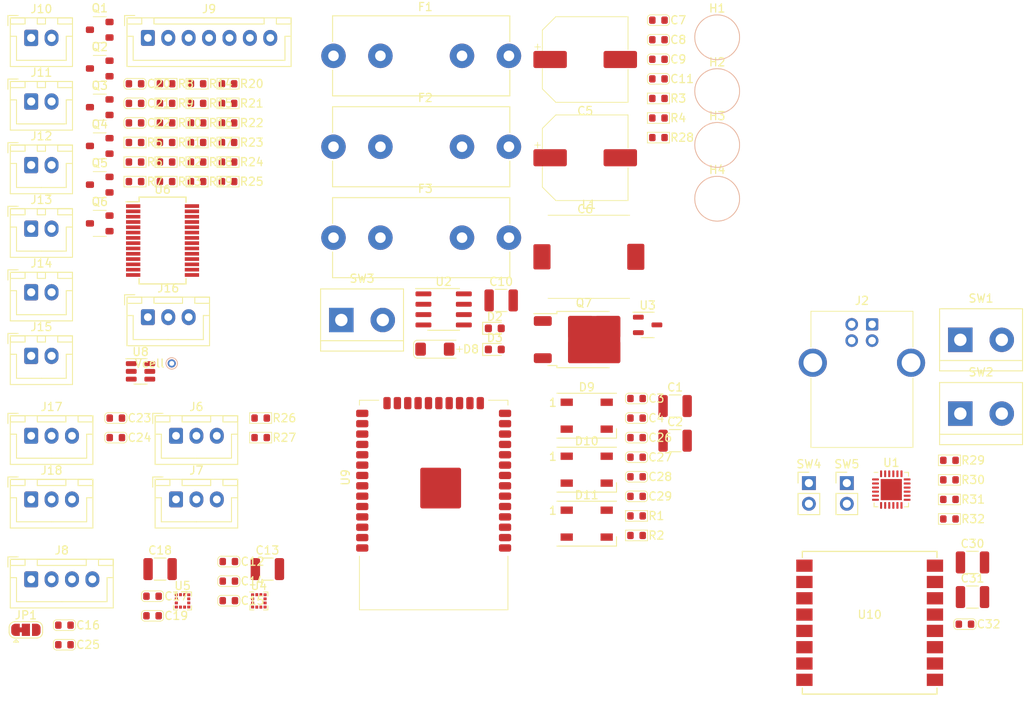
<source format=kicad_pcb>
(kicad_pcb (version 20221018) (generator pcbnew)
  (layers (0 "F.Cu" signal) (31 "B.Cu" signal) (34 "B.Paste" user) (35 "F.Paste" user) (36 "B.SilkS" user "B.Silkscreen") (37 "F.SilkS" user "F.Silkscreen") (38 "B.Mask" user) (39 "F.Mask" user) (44 "Edge.Cuts" user))
  (net 0 "")
  (net 1 "+5V")
  (net 2 "GND")
  (net 3 "+3V3")
  (net 4 "Net-(D8-K)")
  (net 5 "+3.3V")
  (net 6 "Net-(U4-C1)")
  (net 7 "/GPS/Vext")
  (net 8 "Net-(D2-A)")
  (net 9 "Net-(D3-A)")
  (net 10 "Net-(D8-A)")
  (net 11 "Net-(D10-DIN)")
  (net 12 "Net-(D10-DOUT)")
  (net 14 "Net-(J4-Pin_2)")
  (net 15 "/PSU/POWER")
  (net 16 "Net-(J5-Pin_1)")
  (net 17 "+28V")
  (net 18 "Net-(J6-Pin_1)")
  (net 20 "Net-(J7-Pin_1)")
  (net 22 "/CPU/GPSRX")
  (net 23 "/CPU/GPSTX")
  (net 24 "/Accumonitor/S1")
  (net 25 "/Accumonitor/S2")
  (net 26 "/Accumonitor/S3")
  (net 27 "/Accumonitor/S4")
  (net 28 "/Accumonitor/S5")
  (net 30 "SW1")
  (net 31 "SW2")
  (net 32 "SW3")
  (net 33 "Net-(J13-Pin_2)")
  (net 34 "Net-(J14-Pin_2)")
  (net 35 "Net-(J15-Pin_2)")
  (net 36 "/Accumonitor/GREEN")
  (net 37 "/Accumonitor/RED")
  (net 38 "/CPU/LEDSTRIP_BB")
  (net 39 "/CPU/LEDSTRIP_SB")
  (net 40 "Net-(D4-K)")
  (net 41 "/CPU/ESC_BB")
  (net 42 "/CPU/ESC_SB")
  (net 43 "/Accumonitor/SDA")
  (net 44 "/Accumonitor/SCL")
  (net 51 "Net-(U6-GPB0)")
  (net 52 "Net-(U6-GPB1)")
  (net 53 "Net-(U6-GPB2)")
  (net 54 "Net-(U6-GPB3)")
  (net 55 "Net-(U6-GPB4)")
  (net 56 "Net-(U6-GPB5)")
  (net 57 "Net-(U6-GPB6)")
  (net 58 "Net-(U6-GPB7)")
  (net 63 "LED1")
  (net 64 "LED2")
  (net 65 "LED3")
  (net 66 "Net-(U6-GPA6)")
  (net 67 "Net-(U6-GPA7)")
  (net 68 "Net-(D5-A)")
  (net 69 "Net-(Q1-D)")
  (net 70 "Net-(Q1-G)")
  (net 71 "Net-(Q2-D)")
  (net 72 "Net-(Q2-G)")
  (net 73 "Net-(Q3-D)")
  (net 74 "Net-(Q3-G)")
  (net 75 "Net-(Q4-D)")
  (net 76 "Net-(Q4-G)")
  (net 77 "Net-(Q5-D)")
  (net 78 "Net-(Q5-G)")
  (net 79 "Net-(Q6-D)")
  (net 80 "Net-(Q6-G)")
  (net 81 "Net-(U7-O7)")
  (net 82 "Net-(U7-O8)")
  (net 83 "Net-(D6-K)")
  (net 84 "Net-(D7-K)")
  (net 85 "/PSU/ACC")
  (net 86 "/CPU/LEDS")
  (net 87 "Net-(D1-A)")
  (net 88 "Net-(D14-K)")
  (net 89 "Net-(D13-K)")
  (net 90 "Net-(SW1-A)")
  (net 92 "Net-(SW2-A)")
  (net 93 "DR0")
  (net 97 "EN")
  (net 99 "Net-(U1-VDD)")
  (net 107 "Net-(U1-~{RSTb})")
  (net 109 "/CPU/SDA_DISP")
  (net 110 "/CPU/SCL_DISP")
  (net 118 "Net-(U1-VPP)")
  (net 121 "RTS")
  (net 122 "Net-(U1-RXD)")
  (net 123 "Net-(U1-TXD)")
  (net 125 "DTR")
  (net 127 "/CPU/RADIO_6")
  (net 128 "/CPU/RADIO_5")
  (net 129 "/CPU/RADIO_4")
  (net 130 "/CPU/RADIO_3")
  (net 131 "/CPU/RADIO_2")
  (net 132 "RX")
  (net 133 "TX")
  (net 134 "/CPU/RADIO_1")
  (net 135 "Net-(J1-In)")
  (net 136 "Net-(JP2-B)")
  (net 137 "Net-(JP3-B)")
  (net 138 "Net-(JP4-B)")
  (net 139 "Net-(JP5-B)")
  (net 140 "Net-(JP6-B)")
  (net 141 "Net-(JP7-B)")
  (footprint "Connector_JST:JST_XH_B4B-XH-A_1x04_P2.50mm_Vertical" (layer "F.Cu") (at 45.72 99.42)
    (fp_text reference "J8" (at 3.75 -3.55) (layer "F.SilkS"))
    (fp_text value "GPS")
    (pad "1" thru_hole roundrect (at 0 0) (size 1.7 1.95) (drill 0.95) (layers "*.Cu" "*.Mask") (roundrect_rratio 0.147059) (net 22 "/CPU/GPSRX"))
    (pad "2" thru_hole oval (at 2.5 0) (size 1.7 1.95) (drill 0.95) (layers "*.Cu" "*.Mask") (net 23 "/CPU/GPSTX"))
    (pad "3" thru_hole oval (at 5 0) (size 1.7 1.95) (drill 0.95) (layers "*.Cu" "*.Mask") (net 7 "/GPS/Vext"))
    (pad "4" thru_hole oval (at 7.5 0) (size 1.7 1.95) (drill 0.95) (layers "*.Cu" "*.Mask") (net 2 "GND"))
  )
  (footprint "A_Mechanical:NPTH_M3" (layer "F.Cu") (at 129.795 46.145)
    (fp_text reference "H3" (at 0 -3.55) (layer "F.SilkS"))
    (fp_text value "MountingHole")
    (pad "" np_thru_hole circle (at 0 0) (size 3.2 3.2) (drill 3.2) (layers "*.Cu" "*.Mask"))
  )
  (footprint "A_Device:R_0603" (layer "F.Cu") (at 62.245 41.045)
    (fp_text reference "R9" (at 1.35 0) (layer "F.SilkS") (effects (justify left)))
    (fp_text value "100k")
    (pad "1" smd roundrect (at -0.75 0) (size 0.8 0.9) (layers "F.Cu" "F.Paste" "F.Mask") (net 28 "/Accumonitor/S5") (thermal_bridge_width 0.3))
    (pad "2" smd roundrect (at 0.75 0) (size 0.8 0.9) (layers "F.Cu" "F.Paste" "F.Mask") (net 72 "Net-(Q2-G)") (thermal_bridge_width 0.3))
  )
  (footprint "A_IC_SOT:SC-59_1.6x3_P0.95" (layer "F.Cu") (at 54.12 55.77)
    (fp_text reference "Q6" (at 0 -2.65) (layer "F.SilkS"))
    (fp_text value "AO3401A")
    (pad "1" smd roundrect (at 1.2 0.9525 180) (size 1 0.8) (layers "F.Cu" "F.Paste" "F.Mask") (net 79 "Net-(Q6-D)"))
    (pad "2" smd roundrect (at 1.2 -0.9525 180) (size 1 0.8) (layers "F.Cu" "F.Paste" "F.Mask") (net 80 "Net-(Q6-G)"))
    (pad "3" smd roundrect (at -1.2 0 180) (size 1 0.8) (layers "F.Cu" "F.Paste" "F.Mask") (net 24 "/Accumonitor/S1"))
  )
  (footprint "A_Module:ESP32-WROOM-32" (layer "F.Cu") (at 95.075 86.734)
    (fp_text reference "U9" (at -10.83 0.196 90) (layer "F.SilkS"))
    (fp_text value "ESP32-WROOM-32E_(visible_peripherals)")
    (pad "1" smd roundrect (at 8.72 8.843 180) (size 1.5 0.9) (layers "F.Cu" "F.Paste" "F.Mask") (net 2 "GND"))
    (pad "2" smd roundrect (at 8.72 7.573 180) (size 1.5 0.9) (layers "F.Cu" "F.Paste" "F.Mask") (net 5 "+3.3V"))
    (pad "3" smd roundrect (at 8.72 6.303 180) (size 1.5 0.9) (layers "F.Cu" "F.Paste" "F.Mask"))
    (pad "4" smd roundrect (at 8.72 5.033 180) (size 1.5 0.9) (layers "F.Cu" "F.Paste" "F.Mask") (net 90 "Net-(SW1-A)"))
    (pad "5" smd roundrect (at 8.72 3.763 180) (size 1.5 0.9) (layers "F.Cu" "F.Paste" "F.Mask") (net 92 "Net-(SW2-A)"))
    (pad "6" smd roundrect (at 8.72 2.493 180) (size 1.5 0.9) (layers "F.Cu" "F.Paste" "F.Mask"))
    (pad "7" smd roundrect (at 8.72 1.223 180) (size 1.5 0.9) (layers "F.Cu" "F.Paste" "F.Mask"))
    (pad "8" smd roundrect (at 8.72 -0.047 180) (size 1.5 0.9) (layers "F.Cu" "F.Paste" "F.Mask") (net 22 "/CPU/GPSRX"))
    (pad "9" smd roundrect (at 8.72 -1.317 180) (size 1.5 0.9) (layers "F.Cu" "F.Paste" "F.Mask") (net 23 "/CPU/GPSTX"))
    (pad "10" smd roundrect (at 8.72 -2.587 180) (size 1.5 0.9) (layers "F.Cu" "F.Paste" "F.Mask"))
    (pad "11" smd roundrect (at 8.72 -3.857 180) (size 1.5 0.9) (layers "F.Cu" "F.Paste" "F.Mask") (net 86 "/CPU/LEDS"))
    (pad "12" smd roundrect (at 8.72 -5.127 180) (size 1.5 0.9) (layers "F.Cu" "F.Paste" "F.Mask") (net 127 "/CPU/RADIO_6"))
    (pad "13" smd roundrect (at 8.72 -6.397 180) (size 1.5 0.9) (layers "F.Cu" "F.Paste" "F.Mask") (net 42 "/CPU/ESC_SB"))
    (pad "14" smd roundrect (at 8.72 -7.667 180) (size 1.5 0.9) (layers "F.Cu" "F.Paste" "F.Mask") (net 41 "/CPU/ESC_BB"))
    (pad "15" smd roundrect (at 5.685 -8.917 270) (size 1.5 0.9) (layers "F.Cu" "F.Paste" "F.Mask") (net 2 "GND"))
    (pad "16" smd roundrect (at 4.415 -8.917 270) (size 1.5 0.9) (layers "F.Cu" "F.Paste" "F.Mask"))
    (pad "17" smd roundrect (at 3.145 -8.917 270) (size 1.5 0.9) (layers "F.Cu" "F.Paste" "F.Mask"))
    (pad "18" smd roundrect (at 1.875 -8.917 270) (size 1.5 0.9) (layers "F.Cu" "F.Paste" "F.Mask"))
    (pad "19" smd roundrect (at 0.605 -8.917 270) (size 1.5 0.9) (layers "F.Cu" "F.Paste" "F.Mask"))
    (pad "20" smd roundrect (at -0.665 -8.917 270) (size 1.5 0.9) (layers "F.Cu" "F.Paste" "F.Mask"))
    (pad "21" smd roundrect (at -1.935 -8.917 270) (size 1.5 0.9) (layers "F.Cu" "F.Paste" "F.Mask"))
    (pad "22" smd roundrect (at -3.205 -8.917 270) (size 1.5 0.9) (layers "F.Cu" "F.Paste" "F.Mask"))
    (pad "23" smd roundrect (at -4.475 -8.917 270) (size 1.5 0.9) (layers "F.Cu" "F.Paste" "F.Mask") (net 128 "/CPU/RADIO_5"))
    (pad "24" smd roundrect (at -5.745 -8.917 270) (size 1.5 0.9) (layers "F.Cu" "F.Paste" "F.Mask"))
    (pad "25" smd roundrect (at -8.78 -7.667 180) (size 1.5 0.9) (layers "F.Cu" "F.Paste" "F.Mask") (net 39 "/CPU/LEDSTRIP_SB"))
    (pad "26" smd roundrect (at -8.78 -6.397 180) (size 1.5 0.9) (layers "F.Cu" "F.Paste" "F.Mask") (net 38 "/CPU/LEDSTRIP_BB"))
    (pad "27" smd roundrect (at -8.78 -5.127 180) (size 1.5 0.9) (layers "F.Cu" "F.Paste" "F.Mask") (net 109 "/CPU/SDA_DISP"))
    (pad "28" smd roundrect (at -8.78 -3.857 180) (size 1.5 0.9) (layers "F.Cu" "F.Paste" "F.Mask") (net 110 "/CPU/SCL_DISP"))
    (pad "29" smd roundrect (at -8.78 -2.587 180) (size 1.5 0.9) (layers "F.Cu" "F.Paste" "F.Mask") (net 129 "/CPU/RADIO_4"))
    (pad "30" smd roundrect (at -8.78 -1.317 180) (size 1.5 0.9) (layers "F.Cu" "F.Paste" "F.Mask") (net 130 "/CPU/RADIO_3"))
    (pad "31" smd roundrect (at -8.78 -0.047 180) (size 1.5 0.9) (layers "F.Cu" "F.Paste" "F.Mask") (net 131 "/CPU/RADIO_2"))
    (pad "32" smd roundrect (at -8.78 1.223 180) (size 1.5 0.9) (layers "F.Cu" "F.Paste" "F.Mask"))
    (pad "33" smd roundrect (at -8.78 2.493 180) (size 1.5 0.9) (layers "F.Cu" "F.Paste" "F.Mask") (net 43 "/Accumonitor/SDA"))
    (pad "34" smd roundrect (at -8.78 3.763 180) (size 1.5 0.9) (layers "F.Cu" "F.Paste" "F.Mask") (net 132 "RX"))
    (pad "35" smd roundrect (at -8.78 5.033 180) (size 1.5 0.9) (layers "F.Cu" "F.Paste" "F.Mask") (net 133 "TX"))
    (pad "36" smd roundrect (at -8.78 6.303 180) (size 1.5 0.9) (layers "F.Cu" "F.Paste" "F.Mask") (net 44 "/Accumonitor/SCL"))
    (pad "37" smd roundrect (at -8.78 7.573 180) (size 1.5 0.9) (layers "F.Cu" "F.Paste" "F.Mask") (net 134 "/CPU/RADIO_1"))
    (pad "38" smd roundrect (at -8.78 8.843 180) (size 1.5 0.9) (layers "F.Cu" "F.Paste" "F.Mask") (net 2 "GND"))
    (pad "39" smd roundrect (at 0.83 1.498 180) (size 5 5) (layers "F.Cu" "F.Mask") (roundrect_rratio 0.05) (net 2 "GND"))
  )
  (footprint "A_Mechanical:NPTH_M3" (layer "F.Cu") (at 129.795 32.945)
    (fp_text reference "H1" (at 0 -3.55) (layer "F.SilkS"))
    (fp_text value "MountingHole")
    (pad "" np_thru_hole circle (at 0 0) (size 3.2 3.2) (drill 3.2) (layers "*.Cu" "*.Mask"))
  )
  (footprint "A_Device:C_0603" (layer "F.Cu") (at 49.795 105.045)
    (fp_text reference "C16" (at 1.35 0) (layer "F.SilkS") (effects (justify left)))
    (fp_text value "100n")
    (pad "1" smd roundrect (at -0.75 0) (size 0.8 0.9) (layers "F.Cu" "F.Paste" "F.Mask") (net 7 "/GPS/Vext") (thermal_bridge_width 0.3))
    (pad "2" smd roundrect (at 0.75 0) (size 0.8 0.9) (layers "F.Cu" "F.Paste" "F.Mask") (net 2 "GND") (thermal_bridge_width 0.3))
  )
  (footprint "A_Device:C_0603" (layer "F.Cu") (at 69.945 99.645)
    (fp_text reference "C14" (at 1.35 0) (layer "F.SilkS") (effects (justify left)))
    (fp_text value "100n")
    (pad "1" smd roundrect (at -0.75 0) (size 0.8 0.9) (layers "F.Cu" "F.Paste" "F.Mask") (net 6 "Net-(U4-C1)") (thermal_bridge_width 0.3))
    (pad "2" smd roundrect (at 0.75 0) (size 0.8 0.9) (layers "F.Cu" "F.Paste" "F.Mask") (net 2 "GND") (thermal_bridge_width 0.3))
  )
  (footprint "Connector_JST:JST_XH_B2B-XH-A_1x02_P2.50mm_Vertical" (layer "F.Cu") (at 45.72 64.22)
    (fp_text reference "J14" (at 1.25 -3.55) (layer "F.SilkS"))
    (fp_text value "LED2")
    (pad "1" thru_hole roundrect (at 0 0) (size 1.7 2) (drill 1) (layers "*.Cu" "*.Mask") (roundrect_rratio 0.147059) (net 2 "GND"))
    (pad "2" thru_hole oval (at 2.5 0) (size 1.7 2) (drill 1) (layers "*.Cu" "*.Mask") (net 34 "Net-(J14-Pin_2)"))
  )
  (footprint "Capacitor_SMD:C_1210_3225Metric" (layer "F.Cu") (at 124.64 78.17)
    (fp_text reference "C1" (at 0 -2.3) (layer "F.SilkS"))
    (fp_text value "100u/16V")
    (pad "1" smd roundrect (at -1.475 0) (size 1.15 2.7) (layers "F.Cu" "F.Paste" "F.Mask") (roundrect_rratio 0.217391) (net 3 "+3V3"))
    (pad "2" smd roundrect (at 1.475 0) (size 1.15 2.7) (layers "F.Cu" "F.Paste" "F.Mask") (roundrect_rratio 0.217391) (net 2 "GND"))
  )
  (footprint "A_Device:C_0603" (layer "F.Cu") (at 122.595 33.245)
    (fp_text reference "C8" (at 1.35 0) (layer "F.SilkS") (effects (justify left)))
    (fp_text value "1u")
    (pad "1" smd roundrect (at -0.75 0) (size 0.8 0.9) (layers "F.Cu" "F.Paste" "F.Mask") (net 1 "+5V") (thermal_bridge_width 0.3))
    (pad "2" smd roundrect (at 0.75 0) (size 0.8 0.9) (layers "F.Cu" "F.Paste" "F.Mask") (net 2 "GND") (thermal_bridge_width 0.3))
  )
  (footprint "Package_DFN_QFN:QFN-24-1EP_4x4mm_P0.5mm_EP2.6x2.6mm" (layer "F.Cu") (at 151.135 88.42)
    (fp_text reference "U1" (at 0 -3.3) (layer "F.SilkS"))
    (fp_text value "CP2104-F03-GMR")
    (pad "1" smd roundrect (at -1.9375 -1.25) (size 0.825 0.25) (layers "F.Cu" "F.Paste" "F.Mask"))
    (pad "2" smd roundrect (at -1.9375 -0.75) (size 0.825 0.25) (layers "F.Cu" "F.Paste" "F.Mask") (net 2 "GND"))
    (pad "3" smd roundrect (at -1.9375 -0.25) (size 0.825 0.25) (layers "F.Cu" "F.Paste" "F.Mask") (net 89 "Net-(D13-K)"))
    (pad "4" smd roundrect (at -1.9375 0.25) (size 0.825 0.25) (layers "F.Cu" "F.Paste" "F.Mask") (net 88 "Net-(D14-K)"))
    (pad "5" smd roundrect (at -1.9375 0.75) (size 0.825 0.25) (layers "F.Cu" "F.Paste" "F.Mask") (net 99 "Net-(U1-VDD)"))
    (pad "6" smd roundrect (at -1.9375 1.25) (size 0.825 0.25) (layers "F.Cu" "F.Paste" "F.Mask") (net 99 "Net-(U1-VDD)"))
    (pad "7" smd roundrect (at -1.25 1.9375) (size 0.25 0.825) (layers "F.Cu" "F.Paste" "F.Mask") (net 1 "+5V"))
    (pad "8" smd roundrect (at -0.75 1.9375) (size 0.25 0.825) (layers "F.Cu" "F.Paste" "F.Mask") (net 1 "+5V"))
    (pad "9" smd roundrect (at -0.25 1.9375) (size 0.25 0.825) (layers "F.Cu" "F.Paste" "F.Mask") (net 107 "Net-(U1-~{RSTb})"))
    (pad "10" smd roundrect (at 0.25 1.9375) (size 0.25 0.825) (layers "F.Cu" "F.Paste" "F.Mask"))
    (pad "11" smd roundrect (at 0.75 1.9375) (size 0.25 0.825) (layers "F.Cu" "F.Paste" "F.Mask"))
    (pad "12" smd roundrect (at 1.25 1.9375) (size 0.25 0.825) (layers "F.Cu" "F.Paste" "F.Mask"))
    (pad "13" smd roundrect (at 1.9375 1.25) (size 0.825 0.25) (layers "F.Cu" "F.Paste" "F.Mask"))
    (pad "14" smd roundrect (at 1.9375 0.75) (size 0.825 0.25) (layers "F.Cu" "F.Paste" "F.Mask"))
    (pad "15" smd roundrect (at 1.9375 0.25) (size 0.825 0.25) (layers "F.Cu" "F.Paste" "F.Mask"))
    (pad "16" smd roundrect (at 1.9375 -0.25) (size 0.825 0.25) (layers "F.Cu" "F.Paste" "F.Mask") (net 118 "Net-(U1-VPP)"))
    (pad "17" smd roundrect (at 1.9375 -0.75) (size 0.825 0.25) (layers "F.Cu" "F.Paste" "F.Mask"))
    (pad "18" smd roundrect (at 1.9375 -1.25) (size 0.825 0.25) (layers "F.Cu" "F.Paste" "F.Mask"))
    (pad "19" smd roundrect (at 1.25 -1.9375) (size 0.25 0.825) (layers "F.Cu" "F.Paste" "F.Mask") (net 121 "RTS"))
    (pad "20" smd roundrect (at 0.75 -1.9375) (size 0.25 0.825) (layers "F.Cu" "F.Paste" "F.Mask") (net 122 "Net-(U1-RXD)"))
    (pad "21" smd roundrect (at 0.25 -1.9375) (size 0.25 0.825) (layers "F.Cu" "F.Paste" "F.Mask") (net 123 "Net-(U1-TXD)"))
    (pad "22" smd roundrect (at -0.25 -1.9375) (size 0.25 0.825) (layers "F.Cu" "F.Paste" "F.Mask"))
    (pad "23" smd roundrect (at -0.75 -1.9375) (size 0.25 0.825) (layers "F.Cu" "F.Paste" "F.Mask") (net 125 "DTR"))
    (pad "24" smd roundrect (at -1.25 -1.9375) (size 0.25 0.825) (layers "F.Cu" "F.Paste" "F.Mask"))
    (pad "25" smd rect (at 0 0) (size 2.6 2.6) (layers "F.Cu" "F.Mask") (net 2 "GND"))
  )
  (footprint "A_Mechanical:NPTH_M3" (layer "F.Cu") (at 129.795 39.545)
    (fp_text reference "H2" (at 0 -3.55) (layer "F.SilkS"))
    (fp_text value "MountingHole")
    (pad "" np_thru_hole circle (at 0 0) (size 3.2 3.2) (drill 3.2) (layers "*.Cu" "*.Mask"))
  )
  (footprint "A_Device:R_0603" (layer "F.Cu") (at 69.845 38.645)
    (fp_text reference "R20" (at 1.35 0) (layer "F.SilkS") (effects (justify left)))
    (fp_text value "1k")
    (pad "1" smd roundrect (at -0.75 0) (size 0.8 0.9) (layers "F.Cu" "F.Paste" "F.Mask") (net 79 "Net-(Q6-D)") (thermal_bridge_width 0.3))
    (pad "2" smd roundrect (at 0.75 0) (size 0.8 0.9) (layers "F.Cu" "F.Paste" "F.Mask") (net 68 "Net-(D5-A)") (thermal_bridge_width 0.3))
  )
  (footprint "A_Device:R_0603" (layer "F.Cu") (at 122.595 40.445)
    (fp_text reference "R3" (at 1.35 0) (layer "F.SilkS") (effects (justify left)))
    (fp_text value "1.5k")
    (pad "1" smd roundrect (at -0.75 0) (size 0.8 0.9) (layers "F.Cu" "F.Paste" "F.Mask") (net 1 "+5V") (thermal_bridge_width 0.3))
    (pad "2" smd roundrect (at 0.75 0) (size 0.8 0.9) (layers "F.Cu" "F.Paste" "F.Mask") (net 8 "Net-(D2-A)") (thermal_bridge_width 0.3))
  )
  (footprint "A_Connector:USB-B" (layer "F.Cu") (at 147.535 69.15)
    (fp_text reference "J2" (at 0 -3.9 180) (layer "F.SilkS"))
    (fp_text value "USB_B" hide)
    (pad "1" thru_hole roundrect (at 1.25 -1) (size 1.5 1.5) (drill 0.92) (layers "*.Cu" "*.Mask") (roundrect_rratio 0.125) (net 87 "Net-(D1-A)") (thermal_bridge_width 0.6))
    (pad "2" thru_hole circle (at -1.25 -1) (size 1.55 1.55) (drill 0.92) (layers "*.Cu" "*.Mask") (net 88 "Net-(D14-K)") (thermal_bridge_width 0.6))
    (pad "3" thru_hole circle (at -1.25 1) (size 1.55 1.55) (drill 0.92) (layers "*.Cu" "*.Mask") (net 89 "Net-(D13-K)") (thermal_bridge_width 0.6))
    (pad "4" thru_hole circle (at 1.25 1) (size 1.55 1.55) (drill 0.92) (layers "*.Cu" "*.Mask") (net 2 "GND") (thermal_bridge_width 0.6))
    (pad "SH" thru_hole circle (at -6.02 3.71) (size 3.45 3.45) (drill 2.3) (layers "*.Cu" "*.Mask"))
    (pad "SH" thru_hole circle (at 6.02 3.71) (size 3.450001 3.450001) (drill 2.3) (layers "*.Cu" "*.Mask"))
  )
  (footprint "A_Device:R_0603" (layer "F.Cu") (at 62.245 45.845)
    (fp_text reference "R11" (at 1.35 0) (layer "F.SilkS") (effects (justify left)))
    (fp_text value "1.5k")
    (pad "1" smd roundrect (at -0.75 0) (size 0.8 0.9) (layers "F.Cu" "F.Paste" "F.Mask") (net 71 "Net-(Q2-D)") (thermal_bridge_width 0.3))
    (pad "2" smd roundrect (at 0.75 0) (size 0.8 0.9) (layers "F.Cu" "F.Paste" "F.Mask") (net 73 "Net-(Q3-D)") (thermal_bridge_width 0.3))
  )
  (footprint "Capacitor_SMD:C_1210_3225Metric" (layer "F.Cu") (at 74.67 98.17)
    (fp_text reference "C13" (at 0 -2.3) (layer "F.SilkS"))
    (fp_text value "10u")
    (pad "1" smd roundrect (at -1.475 0) (size 1.15 2.7) (layers "F.Cu" "F.Paste" "F.Mask") (roundrect_rratio 0.217391) (net 3 "+3V3"))
    (pad "2" smd roundrect (at 1.475 0) (size 1.15 2.7) (layers "F.Cu" "F.Paste" "F.Mask") (roundrect_rratio 0.217391) (net 2 "GND"))
  )
  (footprint "A_Device:CP_ALU_D10x10.5" (layer "F.Cu") (at 113.62 47.72)
    (fp_text reference "C6" (at 0 6.3 180) (layer "F.SilkS"))
    (fp_text value "220u/50V")
    (fp_text user "+" (at -5.9 -1.55 270) (layer "F.SilkS") (effects (font (size 0.9 0.9) (thickness 0.1))))
    (pad "1" smd roundrect (at -4.3 0) (size 4.1 2.1) (layers "F.Cu" "F.Paste" "F.Mask") (roundrect_rratio 0.119047619) (net 4 "Net-(D8-K)") (thermal_bridge_width 1))
    (pad "2" smd roundrect (at 4.3 0) (size 4.1 2.1) (layers "F.Cu" "F.Paste" "F.Mask") (roundrect_rratio 0.119047619) (net 2 "GND") (thermal_bridge_width 1))
  )
  (footprint "A_Device:R_0603" (layer "F.Cu") (at 73.845 82.045)
    (fp_text reference "R27" (at 1.35 0) (layer "F.SilkS") (effects (justify left)))
    (fp_text value "100")
    (pad "1" smd roundrect (at -0.75 0) (size 0.8 0.9) (layers "F.Cu" "F.Paste" "F.Mask") (net 42 "/CPU/ESC_SB") (thermal_bridge_width 0.3))
    (pad "2" smd roundrect (at 0.75 0) (size 0.8 0.9) (layers "F.Cu" "F.Paste" "F.Mask") (net 20 "Net-(J7-Pin_1)") (thermal_bridge_width 0.3))
  )
  (footprint "A_Device:L_11.5x10.0mm" (layer "F.Cu") (at 114.07 59.87)
    (fp_text reference "L1" (at 0 -6.4) (layer "F.SilkS"))
    (fp_text value "68uH/3A")
    (pad "1" smd roundrect (at -5.75 0) (size 2.1 3.1) (layers "F.Cu" "F.Paste" "F.Mask") (roundrect_rratio 0.1) (net 40 "Net-(D4-K)") (thermal_bridge_width 1))
    (pad "2" smd roundrect (at 5.75 0) (size 2.1 3.2) (layers "F.Cu" "F.Paste" "F.Mask") (roundrect_rratio 0.1) (net 1 "+5V") (thermal_bridge_width 1))
  )
  (footprint "Connector_JST:JST_XH_B3B-XH-A_1x03_P2.50mm_Vertical" (layer "F.Cu") (at 63.47 89.62)
    (fp_text reference "J7" (at 2.5 -3.55) (layer "F.SilkS"))
    (fp_text value "ESC-SB")
    (pad "1" thru_hole roundrect (at 0 0) (size 1.7 1.95) (drill 0.95) (layers "*.Cu" "*.Mask") (roundrect_rratio 0.147059) (net 20 "Net-(J7-Pin_1)"))
    (pad "2" thru_hole oval (at 2.5 0) (size 1.7 1.95) (drill 0.95) (layers "*.Cu" "*.Mask") (net 2 "GND"))
    (pad "3" thru_hole oval (at 5 0) (size 1.7 1.95) (drill 0.95) (layers "*.Cu" "*.Mask"))
  )
  (footprint "A_Device:R_0603" (layer "F.Cu") (at 62.245 38.645)
    (fp_text reference "R8" (at 1.35 0) (layer "F.SilkS") (effects (justify left)))
    (fp_text value "100k")
    (pad "1" smd roundrect (at -0.75 0) (size 0.8 0.9) (layers "F.Cu" "F.Paste" "F.Mask") (net 17 "+28V") (thermal_bridge_width 0.3))
    (pad "2" smd roundrect (at 0.75 0) (size 0.8 0.9) (layers "F.Cu" "F.Paste" "F.Mask") (net 70 "Net-(Q1-G)") (thermal_bridge_width 0.3))
  )
  (footprint "A_Device:C_0603" (layer "F.Cu") (at 60.595 103.895)
    (fp_text reference "C19" (at 1.35 0) (layer "F.SilkS") (effects (justify left)))
    (fp_text value "100n")
    (pad "1" smd roundrect (at -0.75 0) (size 0.8 0.9) (layers "F.Cu" "F.Paste" "F.Mask") (net 3 "+3V3") (thermal_bridge_width 0.3))
    (pad "2" smd roundrect (at 0.75 0) (size 0.8 0.9) (layers "F.Cu" "F.Paste" "F.Mask") (net 2 "GND") (thermal_bridge_width 0.3))
  )
  (footprint "A_Device:R_0603" (layer "F.Cu") (at 122.595 42.845)
    (fp_text reference "R4" (at 1.35 0) (layer "F.SilkS") (effects (justify left)))
    (fp_text value "1k")
    (pad "1" smd roundrect (at -0.75 0) (size 0.8 0.9) (layers "F.Cu" "F.Paste" "F.Mask") (net 9 "Net-(D3-A)") (thermal_bridge_width 0.3))
    (pad "2" smd roundrect (at 0.75 0) (size 0.8 0.9) (layers "F.Cu" "F.Paste" "F.Mask") (net 5 "+3.3V") (thermal_bridge_width 0.3))
  )
  (footprint "LED_SMD:LED_0603_1608Metric" (layer "F.Cu") (at 102.54 71.23)
    (fp_text reference "D3" (at 0 -1.43) (layer "F.SilkS"))
    (fp_text value "3.3V")
    (pad "1" smd roundrect (at -0.7875 0) (size 0.875 0.95) (layers "F.Cu" "F.Paste" "F.Mask") (net 2 "GND"))
    (pad "2" smd roundrect (at 0.7875 0) (size 0.875 0.95) (layers "F.Cu" "F.Paste" "F.Mask") (net 9 "Net-(D3-A)"))
  )
  (footprint "A_Device:R_0603" (layer "F.Cu") (at 62.245 48.245)
    (fp_text reference "R12" (at 1.35 0) (layer "F.SilkS") (effects (justify left)))
    (fp_text value "100k")
    (pad "1" smd roundrect (at -0.75 0) (size 0.8 0.9) (layers "F.Cu" "F.Paste" "F.Mask") (net 27 "/Accumonitor/S4") (thermal_bridge_width 0.3))
    (pad "2" smd roundrect (at 0.75 0) (size 0.8 0.9) (layers "F.Cu" "F.Paste" "F.Mask") (net 74 "Net-(Q3-G)") (thermal_bridge_width 0.3))
  )
  (footprint "A_Device:R_0603" (layer "F.Cu") (at 69.845 48.245)
    (fp_text reference "R24" (at 1.35 0) (layer "F.SilkS") (effects (justify left)))
    (fp_text value "1k")
    (pad "1" smd roundrect (at -0.75 0) (size 0.8 0.9) (layers "F.Cu" "F.Paste" "F.Mask") (net 66 "Net-(U6-GPA6)") (thermal_bridge_width 0.3))
    (pad "2" smd roundrect (at 0.75 0) (size 0.8 0.9) (layers "F.Cu" "F.Paste" "F.Mask") (net 83 "Net-(D6-K)") (thermal_bridge_width 0.3))
  )
  (footprint "A_Fuse:Fuseholder_Cylinder-5x20mm_Horizontal" (layer "F.Cu") (at 82.77 46.37)
    (fp_text reference "F2" (at 11.25 -6) (layer "F.SilkS"))
    (fp_text value "10A/T")
    (pad "1" thru_hole circle (at 0 0) (size 3 3) (drill 1.3) (layers "*.Cu" "*.Mask") (net 16 "Net-(J5-Pin_1)"))
    (pad "1" thru_hole circle (at 5.75 0) (size 3 3) (drill 1.3) (layers "*.Cu" "*.Mask") (net 16 "Net-(J5-Pin_1)"))
    (pad "2" thru_hole circle (at 15.75 0) (size 3 3) (drill 1.3) (layers "*.Cu" "*.Mask") (net 15 "/PSU/POWER"))
    (pad "2" thru_hole circle (at 21.5 0) (size 3 3) (drill 1.3) (layers "*.Cu" "*.Mask") (net 15 "/PSU/POWER"))
  )
  (footprint "A_Device:C_0603" (layer "F.Cu") (at 60.595 101.495)
    (fp_text reference "C17" (at 1.35 0) (layer "F.SilkS") (effects (justify left)))
    (fp_text value "100n")
    (pad "1" smd roundrect (at -0.75 0) (size 0.8 0.9) (layers "F.Cu" "F.Paste" "F.Mask") (net 3 "+3V3") (thermal_bridge_width 0.3))
    (pad "2" smd roundrect (at 0.75 0) (size 0.8 0.9) (layers "F.Cu" "F.Paste" "F.Mask") (net 2 "GND") (thermal_bridge_width 0.3))
  )
  (footprint "A_IC_SOT:SC-59_1.6x3_P0.95" (layer "F.Cu") (at 54.12 46.27)
    (fp_text reference "Q4" (at 0 -2.65) (layer "F.SilkS"))
    (fp_text value "AO3401A")
    (pad "1" smd roundrect (at 1.2 0.9525 180) (size 1 0.8) (layers "F.Cu" "F.Paste" "F.Mask") (net 75 "Net-(Q4-D)"))
    (pad "2" smd roundrect (at 1.2 -0.9525 180) (size 1 0.8) (layers "F.Cu" "F.Paste" "F.Mask") (net 76 "Net-(Q4-G)"))
    (pad "3" smd roundrect (at -1.2 0 180) (size 1 0.8) (layers "F.Cu" "F.Paste" "F.Mask") (net 26 "/Accumonitor/S3"))
  )
  (footprint "A_Device:C_0603" (layer "F.Cu") (at 119.915 82.045)
    (fp_text reference "C26" (at 1.35 0) (layer "F.SilkS") (effects (justify left)))
    (fp_text value "100n")
    (pad "1" smd roundrect (at -0.75 0) (size 0.8 0.9) (layers "F.Cu" "F.Paste" "F.Mask") (net 3 "+3V3") (thermal_bridge_width 0.3))
    (pad "2" smd roundrect (at 0.75 0) (size 0.8 0.9) (layers "F.Cu" "F.Paste" "F.Mask") (net 2 "GND") (thermal_bridge_width 0.3))
  )
  (footprint "A_Device:C_0603" (layer "F.Cu") (at 160.16 104.925)
    (fp_text reference "C32" (at 1.35 0) (layer "F.SilkS") (effects (justify left)))
    (fp_text value "100n")
    (pad "1" smd roundrect (at -0.75 0) (size 0.8 0.9) (layers "F.Cu" "F.Paste" "F.Mask") (net 5 "+3.3V") (thermal_bridge_width 0.3))
    (pad "2" smd roundrect (at 0.75 0) (size 0.8 0.9) (layers "F.Cu" "F.Paste" "F.Mask") (net 2 "GND") (thermal_bridge_width 0.3))
  )
  (footprint "Package_LGA:LGA-12_2x2mm_P0.5mm" (layer "F.Cu") (at 64.27 102.07)
    (fp_text reference "U5" (at 0 -1.85) (layer "F.SilkS"))
    (fp_text value "LIS2HH12")
    (pad "1" smd rect (at -0.7625 -0.75) (size 0.375 0.35) (layers "F.Cu" "F.Paste" "F.Mask") (net 44 "/Accumonitor/SCL"))
    (pad "2" smd rect (at -0.7625 -0.25) (size 0.375 0.35) (layers "F.Cu" "F.Paste" "F.Mask") (net 3 "+3V3"))
    (pad "3" smd rect (at -0.7625 0.25) (size 0.375 0.35) (layers "F.Cu" "F.Paste" "F.Mask"))
    (pad "4" smd rect (at -0.7625 0.75) (size 0.375 0.35) (layers "F.Cu" "F.Paste" "F.Mask") (net 43 "/Accumonitor/SDA"))
    (pad "5" smd rect (at -0.25 0.7625 90) (size 0.375 0.35) (layers "F.Cu" "F.Paste" "F.Mask") (net 2 "GND"))
    (pad "6" smd rect (at 0.25 0.7625 90) (size 0.375 0.35) (layers "F.Cu" "F.Paste" "F.Mask") (net 2 "GND"))
    (pad "7" smd rect (at 0.7625 0.75) (size 0.375 0.35) (layers "F.Cu" "F.Paste" "F.Mask") (net 2 "GND"))
    (pad "8" smd rect (at 0.7625 0.25) (size 0.375 0.35) (layers "F.Cu" "F.Paste" "F.Mask") (net 2 "GND"))
    (pad "9" smd rect (at 0.7625 -0.25) (size 0.375 0.35) (layers "F.Cu" "F.Paste" "F.Mask") (net 3 "+3V3"))
    (pad "10" smd rect (at 0.7625 -0.75) (size 0.375 0.35) (layers "F.Cu" "F.Paste" "F.Mask") (net 3 "+3V3"))
    (pad "11" smd rect (at 0.25 -0.7625 90) (size 0.375 0.35) (layers "F.Cu" "F.Paste" "F.Mask"))
    (pad "12" smd rect (at -0.25 -0.7625 90) (size 0.375 0.35) (layers "F.Cu" "F.Paste" "F.Mask"))
  )
  (footprint "A_Device:C_0603" (layer "F.Cu") (at 69.945 102.045)
    (fp_text reference "C15" (at 1.35 0) (layer "F.SilkS") (effects (justify left)))
    (fp_text value "100n")
    (pad "1" smd roundrect (at -0.75 0) (size 0.8 0.9) (layers "F.Cu" "F.Paste" "F.Mask") (net 3 "+3V3") (thermal_bridge_width 0.3))
    (pad "2" smd roundrect (at 0.75 0) (size 0.8 0.9) (layers "F.Cu" "F.Paste" "F.Mask") (net 2 "GND") (thermal_bridge_width 0.3))
  )
  (footprint "Capacitor_SMD:C_1210_3225Metric" (layer "F.Cu") (at 161.085 101.6)
    (fp_text reference "C31" (at 0 -2.3) (layer "F.SilkS"))
    (fp_text value "100u/16V")
    (pad "1" smd roundrect (at -1.475 0) (size 1.15 2.7) (layers "F.Cu" "F.Paste" "F.Mask") (roundrect_rratio 0.217391) (net 5 "+3.3V"))
    (pad "2" smd roundrect (at 1.475 0) (size 1.15 2.7) (layers "F.Cu" "F.Paste" "F.Mask") (roundrect_rratio 0.217391) (net 2 "GND"))
  )
  (footprint "LED_SMD:LED_WS2812B_PLCC4_5.0x5.0mm_P3.2mm" (layer "F.Cu") (at 113.805 79.355)
    (fp_text reference "D9" (at 0 -3.5) (layer "F.SilkS"))
    (fp_text value "WS2812B")
    (fp_text user "1" (at -4.15 -1.6) (layer "F.SilkS"))
    (pad "1" smd rect (at -2.45 -1.65) (size 1.5 0.9) (layers "F.Cu" "F.Paste" "F.Mask") (net 3 "+3V3"))
    (pad "2" smd rect (at -2.45 1.65) (size 1.5 0.9) (layers "F.Cu" "F.Paste" "F.Mask") (net 11 "Net-(D10-DIN)"))
    (pad "3" smd rect (at 2.45 1.65) (size 1.5 0.9) (layers "F.Cu" "F.Paste" "F.Mask") (net 2 "GND"))
    (pad "4" smd rect (at 2.45 -1.65) (size 1.5 0.9) (layers "F.Cu" "F.Paste" "F.Mask") (net 86 "/CPU/LEDS"))
  )
  (footprint "A_Device:R_0603" (layer "F.Cu") (at 73.845 79.645)
    (fp_text reference "R26" (at 1.35 0) (layer "F.SilkS") (effects (justify left)))
    (fp_text value "100")
    (pad "1" smd roundrect (at -0.75 0) (size 0.8 0.9) (layers "F.Cu" "F.Paste" "F.Mask") (net 41 "/CPU/ESC_BB") (thermal_bridge_width 0.3))
    (pad "2" smd roundrect (at 0.75 0) (size 0.8 0.9) (layers "F.Cu" "F.Paste" "F.Mask") (net 18 "Net-(J6-Pin_1)") (thermal_bridge_width 0.3))
  )
  (footprint "TerminalBlock:TerminalBlock_bornier-2_P5.08mm" (layer "F.Cu") (at 159.595 70.05)
    (fp_text reference "SW1" (at 2.54 -5.08) (layer "F.SilkS"))
    (fp_text value "SW_SPST")
    (pad "1" thru_hole rect (at 0 0) (size 3 3) (drill 1.52) (layers "*.Cu" "*.Mask") (net 90 "Net-(SW1-A)"))
    (pad "2" thru_hole circle (at 5.08 0) (size 3 3) (drill 1.52) (layers "*.Cu" "*.Mask") (net 2 "GND"))
  )
  (footprint "A_Device:C_0603" (layer "F.Cu") (at 56.095 79.645)
    (fp_text reference "C23" (at 1.35 0) (layer "F.SilkS") (effects (justify left)))
    (fp_text value "100n")
    (pad "1" smd roundrect (at -0.75 0) (size 0.8 0.9) (layers "F.Cu" "F.Paste" "F.Mask") (net 1 "+5V") (thermal_bridge_width 0.3))
    (pad "2" smd roundrect (at 0.75 0) (size 0.8 0.9) (layers "F.Cu" "F.Paste" "F.Mask") (net 2 "GND") (thermal_bridge_width 0.3))
  )
  (footprint "A_Device:R_0603" (layer "F.Cu") (at 158.26 87.225)
    (fp_text reference "R30" (at 1.35 0) (layer "F.SilkS") (effects (justify left)))
    (fp_text value "10K")
    (pad "1" smd roundrect (at -0.75 0) (size 0.8 0.9) (layers "F.Cu" "F.Paste" "F.Mask") (net 2 "GND") (thermal_bridge_width 0.3))
    (pad "2" smd roundrect (at 0.75 0) (size 0.8 0.9) (layers "F.Cu" "F.Paste" "F.Mask") (net 90 "Net-(SW1-A)") (thermal_bridge_width 0.3))
  )
  (footprint "Capacitor_SMD:C_1210_3225Metric" (layer "F.Cu") (at 161.085 97.35)
    (fp_text reference "C30" (at 0 -2.3) (layer "F.SilkS"))
    (fp_text value "100u/16V")
    (pad "1" smd roundrect (at -1.475 0) (size 1.15 2.7) (layers "F.Cu" "F.Paste" "F.Mask") (roundrect_rratio 0.217391) (net 5 "+3.3V"))
    (pad "2" smd roundrect (at 1.475 0) (size 1.15 2.7) (layers "F.Cu" "F.Paste" "F.Mask") (roundrect_rratio 0.217391) (net 2 "GND"))
  )
  (footprint "A_Device:R_0603" (layer "F.Cu") (at 66.045 41.045)
    (fp_text reference "R15" (at 1.35 0) (layer "F.SilkS") (effects (justify left)))
    (fp_text value "1.5k")
    (pad "1" smd roundrect (at -0.75 0) (size 0.8 0.9) (layers "F.Cu" "F.Paste" "F.Mask") (net 75 "Net-(Q4-D)") (thermal_bridge_width 0.3))
    (pad "2" smd roundrect (at 0.75 0) (size 0.8 0.9) (layers "F.Cu" "F.Paste" "F.Mask") (net 77 "Net-(Q5-D)") (thermal_bridge_width 0.3))
  )
  (footprint "A_Device:R_0603" (layer "F.Cu") (at 119.915 91.645)
    (fp_text reference "R1" (at 1.35 0) (layer "F.SilkS") (effects (justify left)))
    (fp_text value "2.2k")
    (pad "1" smd roundrect (at -0.75 0) (size 0.8 0.9) (layers "F.Cu" "F.Paste" "F.Mask") (net 5 "+3.3V") (thermal_bridge_width 0.3))
    (pad "2" smd roundrect (at 0.75 0) (size 0.8 0.9) (layers "F.Cu" "F.Paste" "F.Mask") (net 43 "/Accumonitor/SDA") (thermal_bridge_width 0.3))
  )
  (footprint "A_Device:R_0603" (layer "F.Cu") (at 66.045 48.245)
    (fp_text reference "R18" (at 1.35 0) (layer "F.SilkS") (effects (justify left)))
    (fp_text value "100k")
    (pad "1" smd roundrect (at -0.75 0) (size 0.8 0.9) (layers "F.Cu" "F.Paste" "F.Mask") (net 24 "/Accumonitor/S1") (thermal_bridge_width 0.3))
    (pad "2" smd roundrect (at 0.75 0) (size 0.8 0.9) (layers "F.Cu" "F.Paste" "F.Mask") (net 80 "Net-(Q6-G)") (thermal_bridge_width 0.3))
  )
  (footprint "Connector_JST:JST_XH_B3B-XH-A_1x03_P2.50mm_Vertical" (layer "F.Cu") (at 45.72 89.62)
    (fp_text reference "J18" (at 2.5 -3.55) (layer "F.SilkS"))
    (fp_text value "LEDSTRIP SB")
    (pad "1" thru_hole roundrect (at 0 0) (size 1.7 1.95) (drill 0.95) (layers "*.Cu" "*.Mask") (roundrect_rratio 0.147059) (net 39 "/CPU/LEDSTRIP_SB"))
    (pad "2" thru_hole oval (at 2.5 0) (size 1.7 1.95) (drill 0.95) (layers "*.Cu" "*.Mask") (net 1 "+5V"))
    (pad "3" thru_hole oval (at 5 0) (size 1.7 1.95) (drill 0.95) (layers "*.Cu" "*.Mask") (net 2 "GND"))
  )
  (footprint "A_Device:C_0603" (layer "F.Cu") (at 58.445 43.445)
    (fp_text reference "C22" (at 1.35 0) (layer "F.SilkS") (effects (justify left)))
    (fp_text value "1n")
    (pad "1" smd roundrect (at -0.75 0) (size 0.8 0.9) (layers "F.Cu" "F.Paste" "F.Mask") (net 68 "Net-(D5-A)") (thermal_bridge_width 0.3))
    (pad "2" smd roundrect (at 0.75 0) (size 0.8 0.9) (layers "F.Cu" "F.Paste" "F.Mask") (net 2 "GND") (thermal_bridge_width 0.3))
  )
  (footprint "RF_Module:Ai-Thinker-Ra-01-LoRa" (layer "F.Cu") (at 148.485 104.75)
    (fp_text reference "U10" (at 0 -1) (layer "F.SilkS"))
    (fp_text value "Ai-Thinker-Ra-01")
    (pad "1" smd rect (at -8 -7) (size 2 1.5) (layers "F.Cu" "F.Paste" "F.Mask") (net 135 "Net-(J1-In)"))
    (pad "2" smd rect (at -8 -5) (size 2 1.5) (layers "F.Cu" "F.Paste" "F.Mask") (net 2 "GND"))
    (pad "3" smd rect (at -8 -3) (size 2 1.5) (layers "F.Cu" "F.Paste" "F.Mask") (net 5 "+3.3V"))
    (pad "4" smd rect (at -8 -1) (size 2 1.5) (layers "F.Cu" "F.Paste" "F.Mask") (net 128 "/CPU/RADIO_5"))
    (pad "5" smd rect (at -8 1) (size 2 1.5) (layers "F.Cu" "F.Paste" "F.Mask") (net 136 "Net-(JP2-B)"))
    (pad "6" smd rect (at -8 3) (size 2 1.5) (layers "F.Cu" "F.Paste" "F.Mask") (net 137 "Net-(JP3-B)"))
    (pad "7" smd rect (at -8 5) (size 2 1.5) (layers "F.Cu" "F.Paste" "F.Mask") (net 138 "Net-(JP4-B)"))
    (pad "8" smd rect (at -8 7) (size 2 1.5) (layers "F.Cu" "F.Paste" "F.Mask") (net 139 "Net-(JP5-B)"))
    (pad "9" smd rect (at 8 7) (size 2 1.5) (layers "F.Cu" "F.Paste" "F.Mask") (net 2 "GND"))
    (pad "10" smd rect (at 8 5) (size 2 1.5) (layers "F.Cu" "F.Paste" "F.Mask") (net 140 "Net-(JP6-B)"))
    (pad "11" smd rect (at 8 3) (size 2 1.5) (layers "F.Cu" "F.Paste" "F.Mask") (net 141 "Net-(JP7-B)"))
    (pad "12" smd rect (at 8 1) (size 2 1.5) (layers "F.Cu" "F.Paste" "F.Mask") (net 130 "/CPU/RADIO_3"))
    (pad "13" smd rect (at 8 -1) (size 2 1.5) (layers "F.Cu" "F.Paste" "F.Mask") (net 131 "/CPU/RADIO_2"))
    (pad "14" smd rect (at 8 -3) (size 2 1.5) (layers "F.Cu" "F.Paste" "F.Mask") (net 134 "/CPU/RADIO_1"))
    (pad "15" smd rect (at 8 -5) (size 2 1.5) (layers "F.Cu" "F.Paste" "F.Mask") (net 129 "/CPU/RADIO_4"))
    (pad "16" smd rect (at 8 -7) (size 2 1.5) (layers "F.Cu" "F.Paste" "F.Mask") (net 2 "GND"))
  )
  (footprint "A_Device:C_0603" (layer "F.Cu") (at 119.915 86.845)
    (fp_text reference "C28" (at 1.35 0) (layer "F.SilkS") (effects (justify left)))
    (fp_text value "100n")
    (pad "1" smd roundrect (at -0.75 0) (size 0.8 0.9) (layers "F.Cu" "F.Paste" "F.Mask") (net 3 "+3V3") (thermal_bridge_width 0.3))
    (pad "2" smd roundrect (at 0.75 0) (size 0.8 0.9) (layers "F.Cu" "F.Paste" "F.Mask") (net 2 "GND") (thermal_bridge_width 0.3))
  )
  (footprint "A_Device:R_0603" (layer "F.Cu") (at 158.26 89.625)
    (fp_text reference "R31" (at 1.35 0) (layer "F.SilkS") (effects (justify left)))
    (fp_text value "10K")
    (pad "1" smd roundrect (at -0.75 0) (size 0.8 0.9) (layers "F.Cu" "F.Paste" "F.Mask") (net 92 "Net-(SW2-A)") (thermal_bridge_width 0.3))
    (pad "2" smd roundrect (at 0.75 0) (size 0.8 0.9) (layers "F.Cu" "F.Paste" "F.Mask") (net 3 "+3V3") (thermal_bridge_width 0.3))
  )
  (footprint "A_Device:C_0603" (layer "F.Cu") (at 119.915 79.645)
    (fp_text reference "C4" (at 1.35 0) (layer "F.SilkS") (effects (justify left)))
    (fp_text value "100n")
    (pad "1" smd roundrect (at -0.75 0) (size 0.8 0.9) (layers "F.Cu" "F.Paste" "F.Mask") (net 3 "+3V3") (thermal_bridge_width 0.3))
    (pad "2" smd roundrect (at 0.75 0) (size 0.8 0.9) (layers "F.Cu" "F.Paste" "F.Mask") (net 2 "GND") (thermal_bridge_width 0.3))
  )
  (footprint "A_Device:R_0603" (layer "F.Cu") (at 58.445 48.245)
    (fp_text reference "R6" (at 1.35 0) (layer "F.SilkS") (effects (justify left)))
    (fp_text value "100")
    (pad "1" smd roundrect (at -0.75 0) (size 0.8 0.9) (layers "F.Cu" "F.Paste" "F.Mask") (net 64 "LED2") (thermal_bridge_width 0.3))
    (pad "2" smd roundrect (at 0.75 0) (size 0.8 0.9) (layers "F.Cu" "F.Paste" "F.Mask") (net 34 "Net-(J14-Pin_2)") (thermal_bridge_width 0.3))
  )
  (footprint "A_Device:D_MiniMELF" (layer "F.Cu") (at 95.195 71.195)
    (fp_text reference "D8" (at 3.35 0) (layer "F.SilkS") (effects (justify left)))
    (fp_text value "ZMM5V6-M")
    (fp_text user "+" (at 2.95 0 90) (layer "F.SilkS") (effects (font (size 0.9 0.9) (thickness 0.1))))
    (pad "1" smd roundrect (at -1.75 0) (size 1.3 1.6) (layers "F.Cu" "F.Paste" "F.Mask") (roundrect_rratio 0.1923076923) (net 4 "Net-(D8-K)") (thermal_bridge_width 0.5))
    (pad "2" smd roundrect (at 1.75 0) (size 1.3 1.6) (layers "F.Cu" "F.Paste" "F.Mask") (roundrect_rratio 0.1923076923) (net 10 "Net-(D8-A)") (thermal_bridge_width 0.5))
  )
  (footprint "Capacitor_SMD:C_1210_3225Metric" (layer "F.Cu") (at 103.32 65.22)
    (fp_text reference "C10" (at 0 -2.3) (layer "F.SilkS"))
    (fp_text value "100u/16V")
    (pad "1" smd roundrect (at -1.475 0) (size 1.15 2.7) (layers "F.Cu" "F.Paste" "F.Mask") (roundrect_rratio 0.217391) (net 1 "+5V"))
    (pad "2" smd roundrect (at 1.475 0) (size 1.15 2.7) (layers "F.Cu" "F.Paste" "F.Mask") (roundrect_rratio 0.217391) (net 2 "GND"))
  )
  (footprint "Connector_JST:JST_XH_B3B-XH-A_1x03_P2.50mm_Vertical" (layer "F.Cu") (at 63.47 81.82)
    (fp_text reference "J6" (at 2.5 -3.55) (layer "F.SilkS"))
    (fp_text value "ESC-BB")
    (pad "1" thru_hole roundrect (at 0 0) (size 1.7 1.95) (drill 0.95) (layers "*.Cu" "*.Mask") (roundrect_rratio 0.147059) (net 18 "Net-(J6-Pin_1)"))
    (pad "2" thru_hole oval (at 2.5 0) (size 1.7 1.95) (drill 0.95) (layers "*.Cu" "*.Mask") (net 2 "GND"))
    (pad "3" thru_hole oval (at 5 0) (size 1.7 1.95) (drill 0.95) (layers "*.Cu" "*.Mask"))
  )
  (footprint "A_Device:C_0603" (layer "F.Cu") (at 119.915 84.445)
    (fp_text reference "C27" (at 1.35 0) (layer "F.SilkS") (effects (justify left)))
    (fp_text value "100n")
    (pad "1" smd roundrect (at -0.75 0) (size 0.8 0.9) (layers "F.Cu" "F.Paste" "F.Mask") (net 3 "+3V3") (thermal_bridge_width 0.3))
    (pad "2" smd roundrect (at 0.75 0) (size 0.8 0.9) (layers "F.Cu" "F.Paste" "F.Mask") (net 2 "GND") (thermal_bridge_width 0.3))
  )
  (footprint "TerminalBlock:TerminalBlock_bornier-2_P5.08mm" (layer "F.Cu") (at 83.73 67.62)
    (fp_text reference "SW3" (at 2.54 -5.08) (layer "F.SilkS"))
    (fp_text value "SW_SPST")
    (pad "1" thru_hole rect (at 0 0) (size 3 3) (drill 1.52) (layers "*.Cu" "*.Mask") (net 85 "/PSU/ACC"))
    (pad "2" thru_hole circle (at 5.08 0) (size 3 3) (drill 1.52) (layers "*.Cu" "*.Mask") (net 15 "/PSU/POWER"))
  )
  (footprint "A_Device:C_0603" (layer "F.Cu") (at 58.445 38.645)
    (fp_text reference "C20" (at 1.35 0) (layer "F.SilkS") (effects (justify left)))
    (fp_text value "100n")
    (pad "1" smd roundrect (at -0.75 0) (size 0.8 0.9) (layers "F.Cu" "F.Paste" "F.Mask") (net 3 "+3V3") (thermal_bridge_width 0.3))
    (pad "2" smd roundrect (at 0.75 0) (size 0.8 0.9) (layers "F.Cu" "F.Paste" "F.Mask") (net 2 "GND") (thermal_bridge_width 0.3))
  )
  (footprint "Connector_JST:JST_XH_B2B-XH-A_1x02_P2.50mm_Vertical" (layer "F.Cu") (at 45.72 48.62)
    (fp_text reference "J12" (at 1.25 -3.55) (layer "F.SilkS"))
    (fp_text value "SW3")
    (pad "1" thru_hole roundrect (at 0 0) (size 1.7 2) (drill 1) (layers "*.Cu" "*.Mask") (roundrect_rratio 0.147059) (net 2 "GND"))
    (pad "2" thru_hole oval (at 2.5 0) (size 1.7 2) (drill 1) (layers "*.Cu" "*.Mask") (net 32 "SW3"))
  )
  (footprint "Package_TO_SOT_SMD:SOT-23-6" (layer "F.Cu") (at 59.12 73.92)
    (fp_text reference "U8" (at 0 -2.4) (layer "F.SilkS"))
    (fp_text value "ADS1110A0")
    (pad "1" smd roundrect (at -1.1375 -0.95) (size 1.325 0.6) (layers "F.Cu" "F.Paste" "F.Mask") (net 68 "Net-(D5-A)"))
    (pad "2" smd roundrect (at -1.1375 0) (size 1.325 0.6) (layers "F.Cu" "F.Paste" "F.Mask") (net 2 "GND"))
    (pad "3" smd roundrect (at -1.1375 0.95) (size 1.325 0.6) (layers "F.Cu" "F.Paste" "F.Mask") (net 44 "/Accumonitor/SCL"))
    (pad "4" smd roundrect (at 1.1375 0.95) (size 1.325 0.6) (layers "F.Cu" "F.Paste" "F.Mask") (net 43 "/Accumonitor/SDA"))
    (pad "5" smd roundrect (at 1.1375 0) (size 1.325 0.6) (layers "F.Cu" "F.Paste" "F.Mask") (net 5 "+3.3V"))
    (pad "6" smd roundrect (at 1.1375 -0.95) (size 1.325 0.6) (layers "F.Cu" "F.Paste" "F.Mask") (net 2 "GND"))
  )
  (footprint "A_IC_SOT:SC-59_1.6x3_P0.95" (layer "F.Cu") (at 54.12 51.02)
    (fp_text reference "Q5" (at 0 -2.65) (layer "F.SilkS"))
    (fp_text value "AO3401A")
    (pad "1" smd roundrect (at 1.2 0.9525 180) (size 1 0.8) (layers "F.Cu" "F.Paste" "F.Mask") (net 77 "Net-(Q5-D)"))
    (pad "2" smd roundrect (at 1.2 -0.9525 180) (size 1 0.8) (layers "F.Cu" "F.Paste" "F.Mask") (net 78 "Net-(Q5-G)"))
    (pad "3" smd roundrect (at -1.2 0 180) (size 1 0.8) (layers "F.Cu" "F.Paste" "F.Mask") (net 25 "/Accumonitor/S2"))
  )
  (footprint "Connector_JST:JST_XH_B3B-XH-A_1x03_P2.50mm_Vertical" (layer "F.Cu") (at 60.02 67.27)
    (fp_text reference "J16" (at 2.5 -3.55) (layer "F.SilkS"))
    (fp_text value "MainswitchLeds")
    (pad "1" thru_hole roundrect (at 0 0) (size 1.7 1.95) (drill 0.95) (layers "*.Cu" "*.Mask") (roundrect_rratio 0.147059) (net 36 "/Accumonitor/GREEN"))
    (pad "2" thru_hole oval (at 2.5 0) (size 1.7 1.95) (drill 0.95) (layers "*.Cu" "*.Mask") (net 17 "+28V"))
    (pad "3" thru_hole oval (at 5 0) (size 1.7 1.95) (drill 0.95) (layers "*.Cu" "*.Mask") (net 37 "/Accumonitor/RED"))
  )
  (footprint "Jumper:SolderJumper-3_P1.3mm_Bridged12_RoundedPad1.0x1.5mm" (layer "F.Cu") (at 45.07 105.62)
    (fp_text reference "JP1" (at 0 -1.8) (layer "F.SilkS"))
    (fp_text value "5V/3.3V")
    (fp_poly (pts (xy -0.9 -0.3) (xy -0.4 -0.3) (xy -0.4 0.3) (xy -0.9 0.3)) (fill solid) (layer "F.Cu"))
    (pad "1" smd custom (at -1.3 0) (size 1 0.5) (layers "F.Cu" "F.Mask") (net 1 "+5V") (options (clearance outline) (anchor rect)) (primitives (gr_circle (center 0 0.25) (end 0.5 0.25) (width 0) (fill yes)) (gr_circle (center 0 -0.25) (end 0.5 -0.25) (width 0) (fill yes)) (gr_poly (pts (xy 0.55 0.75) (xy 0 0.75) (xy 0 -0.75) (xy 0.55 -0.75)) (width 0) (fill yes))))
    (pad "2" smd rect (at 0 0) (size 1 1.5) (layers "F.Cu" "F.Mask") (net 7 "/GPS/Vext"))
    (pad "3" smd custom (at 1.3 0) (size 1 0.5) (layers "F.Cu" "F.Mask") (net 3 "+3V3") (options (clearance outline) (anchor rect)) (primitives (gr_circle (center 0 0.25) (end 0.5 0.25) (width 0) (fill yes)) (gr_circle (center 0 -0.25) (end 0.5 -0.25) (width 0) (fill yes)) (gr_poly (pts (xy 0 0.75) (xy -0.55 0.75) (xy -0.55 -0.75) (xy 0 -0.75)) (width 0) (fill yes))))
  )
  (footprint "A_Device:C_0603" (layer "F.Cu") (at 122.595 38.045)
    (fp_text reference "C11" (at 1.35 0) (layer "F.SilkS") (effects (justify left)))
    (fp_text value "100n")
    (pad "1" smd roundrect (at -0.75 0) (size 0.8 0.9) (layers "F.Cu" "F.Paste" "F.Mask") (net 1 "+5V") (thermal_bridge_width 0.3))
    (pad "2" smd roundrect (at 0.75 0) (size 0.8 0.9) (layers "F.Cu" "F.Paste" "F.Mask") (net 2 "GND") (thermal_bridge_width 0.3))
  )
  (footprint "A_Mechanical:NPTH_M3" (layer "F.Cu") (at 129.795 52.745)
    (fp_text reference "H4" (at 0 -3.55) (layer "F.SilkS"))
    (fp_text value "MountingHole")
    (pad "" np_thru_hole circle (at 0 0) (size 3.2 3.2) (drill 3.2) (layers "*.Cu" "*.Mask"))
  )
  (footprint "Connector_JST:JST_XH_B7B-XH-A_1x07_P2.50mm_Vertical" (layer "F.Cu") (at 60.02 33.02)
    (fp_text reference "J9" (at 7.5 -3.55) (layer "F.SilkS"))
    (fp_text value "BalanceConnector")
    (pad "1" thru_hole roundrect (at 0 0) (size 1.7 1.95) (drill 0.95) (layers "*.Cu" "*.Mask") (roundrect_rratio 0.147059) (net 2 "GND"))
    (pad "2" thru_hole oval (at 2.5 0) (size 1.7 1.95) (drill 0.95) (layers "*.Cu" "*.Mask") (net 24 "/Accumonitor/S1"))
    (pad "3" thru_hole oval (at 5 0) (size 1.7 1.95) (drill 0.95) (layers "*.Cu" "*.Mask") (net 25 "/Accumonitor/S2"))
    (pad "4" thru_hole oval (at 7.5 0) (size 1.7 1.95) (drill 0.95) (layers "*.Cu" "*.Mask") (net 26 "/Accumonitor/S3"))
    (pad "5" thru_hole oval (at 10 0) (size 1.7 1.95) (drill 0.95) (layers "*.Cu" "*.Mask") (net 27 "/Accumonitor/S4"))
    (pad "6" thru_hole oval (at 12.5 0) (size 1.7 1.95) (drill 0.95) (layers "*.Cu" "*.Mask") (net 28 "/Accumonitor/S5"))
    (pad "7" thru_hole oval (at 15 0) (size 1.7 1.95) (drill 0.95) (layers "*.Cu" "*.Mask"))
  )
  (footprint "Connector_PinHeader_2.54mm:PinHeader_1x02_P2.54mm_Vertical" (layer "F.Cu") (at 145.685 87.62)
    (fp_text reference "SW5" (at 0 -2.33) (layer "F.SilkS"))
    (fp_text value "~RESET")
    (pad "1" thru_hole rect (at 0 0) (size 1.7 1.7) (drill 1) (layers "*.Cu" "*.Mask") (net 2 "GND"))
    (pad "2" thru_hole oval (at 0 2.54) (size 1.7 1.7) (drill 1) (layers "*.Cu" "*.Mask") (net 97 "EN"))
  )
  (footprint "A_Fuse:Fuseholder_Cylinder-5x20mm_Horizontal" (layer "F.Cu") (at 82.77 35.22)
    (fp_text reference "F1" (at 11.25 -6) (layer "F.SilkS"))
    (fp_text value "10A/T")
    (pad "1" thru_hole circle (at 0 0) (size 3 3) (drill 1.3) (layers "*.Cu" "*.Mask") (net 14 "Net-(J4-Pin_2)"))
    (pad "1" thru_hole circle (at 5.75 0) (size 3 3) (drill 1.3) (layers "*.Cu" "*.Mask") (net 14 "Net-(J4-Pin_2)"))
    (pad "2" thru_hole circle (at 15.75 0) (size 3 3) (drill 1.3) (layers "*.Cu" "*.Mask") (net 15 "/PSU/POWER"))
    (pad "2" thru_hole circle (at 21.5 0) (size 3 3) (drill 1.3) (layers "*.Cu" "*.Mask") (net 15 "/PSU/POWER"))
  )
  (footprint "Package_TO_SOT_SMD:SOT-23-3" (layer "F.Cu") (at 121.27 68.22)
    (fp_text reference "U3" (at 0 -2.4) (layer "F.SilkS"))
    (fp_text value "XC6206P332MR")
    (pad "1" smd roundrect (at -1.1375 -0.95) (size 1.325 0.6) (layers "F.Cu" "F.Paste" "F.Mask") (net 2 "GND"))
    (pad "2" smd roundrect (at -1.1375 0.95) (size 1.325 0.6) (layers "F.Cu" "F.Paste" "F.Mask") (net 5 "+3.3V"))
    (pad "3" smd roundrect (at 1.1375 0) (size 1.325 0.6) (layers "F.Cu" "F.Paste" "F.Mask") (net 1 "+5V"))
  )
  (footprint "A_Device:C_0603" (layer "F.Cu") (at 119.915 89.245)
    (fp_text reference "C29" (at 1.35 0) (layer "F.SilkS") (effects (justify left)))
    (fp_text value "100n")
    (pad "1" smd roundrect (at -0.75 0) (size 0.8 0.9) (layers "F.Cu" "F.Paste" "F.Mask") (net 3 "+3V3") (thermal_bridge_width 0.3))
    (pad "2" smd roundrect (at 0.75 0) (size 0.8 0.9) (layers "F.Cu" "F.Paste" "F.Mask") (net 2 "GND") (thermal_bridge_width 0.3))
  )
  (footprint "A_Device:R_0603" (layer "F.Cu") (at 58.445 45.845)
    (fp_text reference "R5" (at 1.35 0) (layer "F.SilkS") (effects (justify left)))
    (fp_text value "100")
    (pad "1" smd roundrect (at -0.75 0) (size 0.8 0.9) (layers "F.Cu" "F.Paste" "F.Mask") (net 63 "LED1") (thermal_bridge_width 0.3))
    (pad "2" smd roundrect (at 0.75 0) (size 0.8 0.9) (layers "F.Cu" "F.Paste" "F.Mask") (net 33 "Net-(J13-Pin_2)") (thermal_bridge_width 0.3))
  )
  (footprint "Connector_JST:JST_XH_B2B-XH-A_1x02_P2.50mm_Vertical" (layer "F.Cu") (at 45.72 56.42)
    (fp_text reference "J13" (at 1.25 -3.55) (layer "F.SilkS"))
    (fp_text value "LED1")
    (pad "1" thru_hole roundrect (at 0 0) (size 1.7 2) (drill 1) (layers "*.Cu" "*.Mask") (roundrect_rratio 0.147059) (net 2 "GND"))
    (pad "2" thru_hole oval (at 2.5 0) (size 1.7 2) (drill 1) (layers "*.Cu" "*.Mask") (net 33 "Net-(J13-Pin_2)"))
  )
  (footprint "A_Device:C_0603" (layer "F.Cu") (at 122.595 35.645)
    (fp_text reference "C9" (at 1.35 0) (layer "F.SilkS") (effects (justify left)))
    (fp_text value "1u")
    (pad "1" smd roundrect (at -0.75 0) (size 0.8 0.9) (layers "F.Cu" "F.Paste" "F.Mask") (net 5 "+3.3V") (thermal_bridge_width 0.3))
    (pad "2" smd roundrect (at 0.75 0) (size 0.8 0.9) (layers "F.Cu" "F.Paste" "F.Mask") (net 2 "GND") (thermal_bridge_width 0.3))
  )
  (footprint "Package_SO:SOIC-8_3.9x4.9mm_P1.27mm" (layer "F.Cu") (at 96.27 66.32)
    (fp_text reference "U2" (at 0 -3.4) (layer "F.SilkS"))
    (fp_text value "XL1509-5.0E1")
    (pad "1" smd roundrect (at -2.475 -1.905) (size 1.95 0.6) (layers "F.Cu" "F.Paste" "F.Mask") (net 4 "Net-(D8-K)"))
    (pad "2" smd roundrect (at -2.475 -0.635) (size 1.95 0.6) (layers "F.Cu" "F.Paste" "F.Mask") (net 40 "Net-(D4-K)"))
    (pad "3" smd roundrect (at -2.475 0.635) (size 1.95 0.6) (layers "F.Cu" "F.Paste" "F.Mask") (net 1 "+5V"))
    (pad "4" smd roundrect (at -2.475 1.905) (size 1.95 0.6) (layers "F.Cu" "F.Paste" "F.Mask") (net 2 "GND"))
    (pad "5" smd roundrect (at 2.475 1.905) (size 1.95 0.6) (layers "F.Cu" "F.Paste" "F.Mask") (net 2 "GND"))
    (pad "6" smd roundrect (at 2.475 0.635) (size 1.95 0.6) (layers "F.Cu" "F.Paste" "F.Mask") (net 2 "GND"))
    (pad "7" smd roundrect (at 2.475 -0.635) (size 1.95 0.6) (layers "F.Cu" "F.Paste" "F.Mask") (net 2 "GND"))
    (pad "8" smd roundrect (at 2.475 -1.905) (size 1.95 0.6) (layers "F.Cu" "F.Paste" "F.Mask") (net 2 "GND"))
  )
  (footprint "A_Device:C_0603" (layer "F.Cu") (at 69.945 97.245)
    (fp_text reference "C12" (at 1.35 0) (layer "F.SilkS") (effects (justify left)))
    (fp_text value "100n")
    (pad "1" smd roundrect (at -0.75 0) (size 0.8 0.9) (layers "F.Cu" "F.Paste" "F.Mask") (net 3 "+3V3") (thermal_bridge_width 0.3))
    (pad "2" smd roundrect (at 0.75 0) (size 0.8 0.9) (layers "F.Cu" "F.Paste" "F.Mask") (net 2 "GND") (thermal_bridge_width 0.3))
  )
  (footprint "A_Device:C_0603" (layer "F.Cu") (at 58.445 41.045)
    (fp_text reference "C21" (at 1.35 0) (layer "F.SilkS") (effects (justify left)))
    (fp_text value "100n")
    (pad "1" smd roundrect (at -0.75 0) (size 0.8 0.9) (layers "F.Cu" "F.Paste" "F.Mask") (net 3 "+3V3") (thermal_bridge_width 0.3))
    (pad "2" smd roundrect (at 0.75 0) (size 0.8 0.9) (layers "F.Cu" "F.Paste" "F.Mask") (net 2 "GND") (thermal_bridge_width 0.3))
  )
  (footprint "A_Pads_Pins:Testpoint_0.6x1.0" (layer "F.Cu") (at 62.945 72.945)
    (fp_text reference "TP1" hide)
    (fp_text value "Vcell" (at -0.8 0) (layer "F.SilkS") (effects (justify right)))
    (pad "1" thru_hole circle (at 0 0) (size 1 1) (drill 0.6) (layers "*.Cu" "*.Mask") (net 68 "Net-(D5-A)"))
  )
  (footprint "Connector_JST:JST_XH_B3B-XH-A_1x03_P2.50mm_Vertical" (layer "F.Cu") (at 45.72 81.82)
    (fp_text reference "J17" (at 2.5 -3.55) (layer "F.SilkS"))
    (fp_text value "LEDSTRIP BB")
    (pad "1" thru_hole roundrect (at 0 0) (size 1.7 1.95) (drill 0.95) (layers "*.Cu" "*.Mask") (roundrect_rratio 0.147059) (net 38 "/CPU/LEDSTRIP_BB"))
    (pad "2" thru_hole oval (at 2.5 0) (size 1.7 1.95) (drill 0.95) (layers "*.Cu" "*.Mask") (net 1 "+5V"))
    (pad "3" thru_hole oval (at 5 0) (size 1.7 1.95) (drill 0.95) (layers "*.Cu" "*.Mask") (net 2 "GND"))
  )
  (footprint "Connector_PinHeader_2.54mm:PinHeader_1x02_P2.54mm_Vertical" (layer "F.Cu") (at 141.035 87.62)
    (fp_text reference "SW4" (at 0 -2.33) (layer "F.SilkS"))
    (fp_text value "~BOOT")
    (pad "1" thru_hole rect (at 0 0) (size 1.7 1.7) (drill 1) (layers "*.Cu" "*.Mask") (net 2 "GND"))
    (pad "2" thru_hole oval (at 0 2.54) (size 1.7 1.7) (drill 1) (layers "*.Cu" "*.Mask") (net 93 "DR0"))
  )
  (footprint "A_Device:R_0603" (layer "F.Cu") (at 66.045 43.445)
    (fp_text reference "R16" (at 1.35 0) (layer "F.SilkS") (effects (justify left)))
    (fp_text value "100k")
    (pad "1" smd roundrect (at -0.75 0) (size 0.8 0.9) (layers "F.Cu" "F.Paste" "F.Mask") (net 25 "/Accumonitor/S2") (thermal_bridge_width 0.3))
    (pad "2" smd roundrect (at 0.75 0) (size 0.8 0.9) (layers "F.Cu" "F.Paste" "F.Mask") (net 78 "Net-(Q5-G)") (thermal_bridge_width 0.3))
  )
  (footprint "A_Device:R_0603" (layer "F.Cu") (at 158.26 84.825)
    (fp_text reference "R29" (at 1.35 0) (layer "F.SilkS") (effects (justify left)))
    (fp_text value "10K")
    (pad "1" smd roundrect (at -0.75 0) (size 0.8 0.9) (layers "F.Cu" "F.Paste" "F.Mask") (net 90 "Net-(SW1-A)") (thermal_bridge_width 0.3))
    (pad "2" smd roundrect (at 0.75 0) (size 0.8 0.9) (layers "F.Cu" "F.Paste" "F.Mask") (net 3 "+3V3") (thermal_bridge_width 0.3))
  )
  (footprint "Capacitor_SMD:C_1210_3225Metric" (layer "F.Cu") (at 124.64 82.42)
    (fp_text reference "C2" (at 0 -2.3) (layer "F.SilkS"))
    (fp_text value "100u/16V")
    (pad "1" smd roundrect (at -1.475 0) (size 1.15 2.7) (layers "F.Cu" "F.Paste" "F.Mask") (roundrect_rratio 0.217391) (net 3 "+3V3"))
    (pad "2" smd roundrect (at 1.475 0) (size 1.15 2.7) (layers "F.Cu" "F.Paste" "F.Mask") (roundrect_rratio 0.217391) (net 2 "GND"))
  )
  (footprint "A_Device:R_0603" (layer "F.Cu") (at 119.915 94.045)
    (fp_text reference "R2" (at 1.35 0) (layer "F.SilkS") (effects (justify left)))
    (fp_text value "2.2k")
    (pad "1" smd roundrect (at -0.75 0) (size 0.8 0.9) (layers "F.Cu" "F.Paste" "F.Mask") (net 5 "+3.3V") (thermal_bridge_width 0.3))
    (pad "2" smd roundrect (at 0.75 0) (size 0.8 0.9) (layers "F.Cu" "F.Paste" "F.Mask") (net 44 "/Accumonitor/SCL") (thermal_bridge_width 0.3))
  )
  (footprint "A_IC_SOT:SC-59_1.6x3_P0.95" (layer "F.Cu") (at 54.12 36.77)
    (fp_text reference "Q2" (at 0 -2.65) (layer "F.SilkS"))
    (fp_text value "AO3401A")
    (pad "1" smd roundrect (at 1.2 0.9525 180) (size 1 0.8) (layers "F.Cu" "F.Paste" "F.Mask") (net 71 "Net-(Q2-D)"))
    (pad "2" smd roundrect (at 1.2 -0.9525 180) (size 1 0.8) (layers "F.Cu" "F.Paste" "F.Mask") (net 72 "Net-(Q2-G)"))
    (pad "3" smd roundrect (at -1.2 0 180) (size 1 0.8) (layers "F.Cu" "F.Paste" "F.Mask") (net 28 "/Accumonitor/S5"))
  )
  (footprint "A_Device:R_0603" (layer "F.Cu") (at 69.845 50.645)
    (fp_text reference "R25" (at 1.35 0) (layer "F.SilkS") (effects (justify left)))
    (fp_text value "1k")
    (pad "1" smd roundrect (at -0.75 0) (size 0.8 0.9) (layers "F.Cu" "F.Paste" "F.Mask") (net 67 "Net-(U6-GPA7)") (thermal_bridge_width 0.3))
    (pad "2" smd roundrect (at 0.75 0) (size 0.8 0.9) (layers "F.Cu" "F.Paste" "F.Mask") (net 84 "Net-(D7-K)") (thermal_bridge_width 0.3))
  )
  (footprint "A_Device:R_0603" (layer "F.Cu") (at 122.595 45.245)
    (fp_text reference "R28" (at 1.35 0) (layer "F.SilkS") (effects (justify left)))
    (fp_text value "100")
    (pad "1" smd roundrect (at -0.75 0) (size 0.8 0.9) (layers "F.Cu" "F.Paste" "F.Mask") (net 2 "GND") (thermal_bridge_width 0.3))
    (pad "2" smd roundrect (at 0.75 0) (size 0.8 0.9) (layers "F.Cu" "F.Paste" "F.Mask") (net 10 "Net-(D8-A)") (thermal_bridge_width 0.3))
  )
  (footprint "LED_SMD:LED_0603_1608Metric" (layer "F.Cu") (at 102.54 68.64)
    (fp_text reference "D2" (at 0 -1.43) (layer "F.SilkS"))
    (fp_text value "5V")
    (pad "1" smd roundrect (at -0.7875 0) (size 0.875 0.95) (layers "F.Cu" "F.Paste" "F.Mask") (net 2 "GND"))
    (pad "2" smd roundrect (at 0.7875 0) (size 0.875 0.95) (layers "F.Cu" "F.Paste" "F.Mask") (net 8 "Net-(D2-A)"))
  )
  (footprint "A_Device:C_0603" (layer "F.Cu") (at 119.915 77.245)
    (fp_text reference "C3" (at 1.35 0) (layer "F.SilkS") (effects (justify left)))
    (fp_text value "100n")
    (pad "1" smd roundrect (at -0.75 0) (size 0.8 0.9) (layers "F.Cu" "F.Paste" "F.Mask") (net 3 "+3V3") (thermal_bridge_width 0.3))
    (pad "2" smd roundrect (at 0.75 0) (size 0.8 0.9) (layers "F.Cu" "F.Paste" "F.Mask") (net 2 "GND") (thermal_bridge_width 0.3))
  )
  (footprint "A_Device:R_0603" (layer "F.Cu") (at 66.045 50.645)
    (fp_text reference "R19" (at 1.35 0) (layer "F.SilkS") (effects (justify left)))
    (fp_text value "1k")
    (pad "1" smd roundrect (at -0.75 0) (size 0.8 0.9) (layers "F.Cu" "F.Paste" "F.Mask") (net 68 "Net-(D5-A)") (thermal_bridge_width 0.3))
    (pad "2" smd roundrect (at 0.75 0) (size 0.8 0.9) (layers "F.Cu" "F.Paste" "F.Mask") (net 2 "GND") (thermal_bridge_width 0.3))
  )
  (footprint "A_Device:R_0603" (layer "F.Cu") (at 69.845 43.445)
    (fp_text reference "R22" (at 1.35 0) (layer "F.SilkS") (effects (justify left)))
    (fp_text value "4.7k")
    (pad "1" smd roundrect (at -0.75 0) (size 0.8 0.9) (layers "F.Cu" "F.Paste" "F.Mask") (net 36 "/Accumonitor/GREEN") (thermal_bridge_width 0.3))
    (pad "2" smd roundrect (at 0.75 0) (size 0.8 0.9) (layers "F.Cu" "F.Paste" "F.Mask") (net 81 "Net-(U7-O7)") (thermal_bridge_width 0.3))
  )
  (footprint "A_IC_SOT:SC-59_1.6x3_P0.95" (layer "F.Cu") (at 54.12 32.02)
    (fp_text reference "Q1" (at 0 -2.65) (layer "F.SilkS"))
    (fp_text value "AO3401A")
    (pad "1" smd roundrect (at 1.2 0.9525 180) (size 1 0.8) (layers "F.Cu" "F.Paste" "F.Mask") (net 69 "Net-(Q1-D)"))
    (pad "2" smd roundrect (at 1.2 -0.9525 180) (size 1 0.8) (layers "F.Cu" "F.Paste" "F.Mask") (net 70 "Net-(Q1-G)"))
    (pad "3" smd roundrect (at -1.2 0 180) (size 1 0.8) (layers "F.Cu" "F.Paste" "F.Mask") (net 17 "+28V"))
  )
  (footprint "Connector_JST:JST_XH_B2B-XH-A_1x02_P2.50mm_Vertical" (layer "F.Cu") (at 45.72 33.02)
    (fp_text reference "J10" (at 1.25 -3.55) (layer "F.SilkS"))
    (fp_text value "SW1")
    (pad "1" thru_hole roundrect (at 0 0) (size 1.7 2) (drill 1) (layers "*.Cu" "*.Mask") (roundrect_rratio 0.147059) (net 2 "GND"))
    (pad "2" thru_hole oval (at 2.5 0) (size 1.7 2) (drill 1) (layers "*.Cu" "*.Mask") (net 30 "SW1"))
  )
  (footprint "Package_LGA:LGA-12_2x2mm_P0.5mm" (layer "F.Cu") (at 73.62 102.07)
    (fp_text reference "U4" (at 0 -1.85) (layer "F.SilkS"))
    (fp_text value "LSM303C")
    (pad "1" smd rect (at -0.7625 -0.75) (size 0.375 0.35) (layers "F.Cu" "F.Paste" "F.Mask") (net 44 "/Accumonitor/SCL"))
    (pad "2" smd rect (at -0.7625 -0.25) (size 0.375 0.35) (layers "F.Cu" "F.Paste" "F.Mask") (net 3 "+3V3"))
    (pad "3" smd rect (at -0.7625 0.25) (size 0.375 0.35) (layers "F.Cu" "F.Paste" "F.Mask") (net 3 "+3V3"))
    (pad "4" smd rect (at -0.7625 0.75) (size 0.375 0.35) (layers "F.Cu" "F.Paste" "F.Mask") (net 43 "/Accumonitor/SDA"))
    (pad "5" smd rect (at -0.25 0.7625 90) (size 0.375 0.35) (layers "F.Cu" "F.Paste" "F.Mask") (net 6 "Net-(U4-C1)"))
    (pad "6" smd rect (at 0.25 0.7625 90) (size 0.375 0.35) (layers "F.Cu" "F.Paste" "F.Mask") (net 2 "GND"))
    (pad "7" smd rect (at 0.7625 0.75) (size 0.375 0.35) (layers "F.Cu" "F.Paste" "F.Mask"))
    (pad "8" smd rect (at 0.7625 0.25) (size 0.375 0.35) (layers "F.Cu" "F.Paste" "F.Mask") (net 2 "GND"))
    (pad "9" smd rect (at 0.7625 -0.25) (size 0.375 0.35) (layers "F.Cu" "F.Paste" "F.Mask") (net 3 "+3V3"))
    (pad "10" smd rect (at 0.7625 -0.75) (size 0.375 0.35) (layers "F.Cu" "F.Paste" "F.Mask") (net 3 "+3V3"))
    (pad "11" smd rect (at 0.25 -0.7625 90) (size 0.375 0.35) (layers "F.Cu" "F.Paste" "F.Mask"))
    (pad "12" smd rect (at -0.25 -0.7625 90) (size 0.375 0.35) (layers "F.Cu" "F.Paste" "F.Mask"))
  )
  (footprint "Connector_JST:JST_XH_B2B-XH-A_1x02_P2.50mm_Vertical" (layer "F.Cu") (at 45.72 72.02)
    (fp_text reference "J15" (at 1.25 -3.55) (layer "F.SilkS"))
    (fp_text value "LED3")
    (pad "1" thru_hole roundrect (at 0 0) (size 1.7 2) (drill 1) (layers "*.Cu" "*.Mask") (roundrect_rratio 0.147059) (net 2 "GND"))
    (pad "2" thru_hole oval (at 2.5 0) (size 1.7 2) (drill 1) (layers "*.Cu" "*.Mask") (net 35 "Net-(J15-Pin_2)"))
  )
  (footprint "A_Device:C_0603" (layer "F.Cu") (at 49.795 107.445)
    (fp_text reference "C25" (at 1.35 0) (layer "F.SilkS") (effects (justify left)))
    (fp_text value "100n")
    (pad "1" smd roundrect (at -0.75 0) (size 0.8 0.9) (layers "F.Cu" "F.Paste" "F.Mask") (net 7 "/GPS/Vext") (thermal_bridge_width 0.3))
    (pad "2" smd roundrect (at 0.75 0) (size 0.8 0.9) (layers "F.Cu" "F.Paste" "F.Mask") (net 2 "GND") (thermal_bridge_width 0.3))
  )
  (footprint "A_Device:R_0603" (layer "F.Cu") (at 66.045 38.645)
    (fp_text reference "R14" (at 1.35 0) (layer "F.SilkS") (effects (justify left)))
    (fp_text value "1.5k")
    (pad "1" smd roundrect (at -0.75 0) (size 0.8 0.9) (layers "F.Cu" "F.Paste" "F.Mask") (net 73 "Net-(Q3-D)") (thermal_bridge_width 0.3))
    (pad "2" smd roundrect (at 0.75 0) (size 0.8 0.9) (layers "F.Cu" "F.Paste" "F.Mask") (net 75 "Net-(Q4-D)") (thermal_bridge_width 0.3))
  )
  (footprint "A_Device:R_0603" (layer "F.Cu") (at 62.245 50.645)
    (fp_text reference "R13" (at 1.35 0) (layer "F.SilkS") (effects (justify left)))
    (fp_text value "100k")
    (pad "1" smd roundrect (at -0.75 0) (size 0.8 0.9) (layers "F.Cu" "F.Paste" "F.Mask") (net 26 "/Accumonitor/S3") (thermal_bridge_width 0.3))
    (pad "2" smd roundrect (at 0.75 0) (size 0.8 0.9) (layers "F.Cu" "F.Paste" "F.Mask") (net 76 "Net-(Q4-G)") (thermal_bridge_width 0.3))
  )
  (footprint "Capacitor_SMD:C_1210_3225Metric" (layer "F.Cu") (at 61.52 98.17)
    (fp_text reference "C18" (at 0 -2.3) (layer "F.SilkS"))
    (fp_text value "10u")
    (pad "1" smd roundrect (at -1.475 0) (size 1.15 2.7) (layers "F.Cu" "F.Paste" "F.Mask") (roundrect_rratio 0.217391) (net 3 "+3V3"))
    (pad "2" smd roundrect (at 1.475 0) (size 1.15 2.7) (layers "F.Cu" "F.Paste" "F.Mask") (roundrect_rratio 0.217391) (net 2 "GND"))
  )
  (footprint "A_IC_SOT:SC-59_1.6x3_P0.95" (layer "F.Cu") (at 54.12 41.52)
    (fp_text reference "Q3" (at 0 -2.65) (layer "F.SilkS"))
    (fp_text value "AO3401A")
    (pad "1" smd roundrect (at 1.2 0.9525 180) (size 1 0.8) (layers "F.Cu" "F.Paste" "F.Mask") (net 73 "Net-(Q3-D)"))
    (pad "2" smd roundrect (at 1.2 -0.9525 180) (size 1 0.8) (layers "F.Cu" "F.Paste" "F.Mask") (net 74 "Net-(Q3-G)"))
    (pad "3" smd roundrect (at -1.2 0 180) (size 1 0.8) (layers "F.Cu" "F.Paste" "F.Mask") (net 27 "/Accumonitor/S4"))
  )
  (footprint "A_Fuse:Fuseholder_Cylinder-5x20mm_Horizontal" (layer "F.Cu") (at 82.77 57.52)
    (fp_text reference "F3" (at 11.25 -6) (layer "F.SilkS"))
    (fp_text value "1A/T")
    (pad "1" thru_hole circle (at 0 0) (size 3 3) (drill 1.3) (layers "*.Cu" "*.Mask") (net 15 "/PSU/POWER"))
    (pad "1" thru_hole circle (at 5.75 0) (size 3 3) (drill 1.3) (layers "*.Cu" "*.Mask") (net 15 "/PSU/POWER"))
    (pad "2" thru_hole circle (at 15.75 0) (size 3 3) (drill 1.3) (layers "*.Cu" "*.Mask") (net 17 "+28V"))
    (pad "2" thru_hole circle (at 21.5 0) (size 3 3) (drill 1.3) (layers "*.Cu" "*.Mask") (net 17 "+28V"))
  )
  (footprint "A_Device:R_0603" (layer "F.Cu") (at 158.26 92.025)
    (fp_text reference "R32" (at 1.35 0) (layer "F.SilkS") (effects (justify left)))
    (fp_text value "10K")
    (pad "1" smd roundrect (at -0.75 0) (size 0.8 0.9) (layers "F.Cu" "F.Paste" "F.Mask") (net 2 "GND") (thermal_bridge_width 0.3))
    (pad "2" smd roundrect (at 0.75 0) (size 0.8 0.9) (layers "F.Cu" "F.Paste" "F.Mask") (net 92 "Net-(SW2-A)") (thermal_bridge_width 0.3))
  )
  (footprint "A_Device:CP_ALU_D10x10.5" (layer "F.Cu") (at 113.62 35.67)
    (fp_text reference "C5" (at 0 6.3 180) (layer "F.SilkS"))
    (fp_text value "220u/50V")
    (fp_text user "+" (at -5.9 -1.55 270) (layer "F.SilkS") (effects (font (size 0.9 0.9) (thickness 0.1))))
    (pad "1" smd roundrect (at -4.3 0) (size 4.1 2.1) (layers "F.Cu" "F.Paste" "F.Mask") (roundrect_rratio 0.119047619) (net 4 "Net-(D8-K)") (thermal_bridge_width 1))
    (pad "2" smd roundrect (at 4.3 0) (size 4.1 2.1) (layers "F.Cu" "F.Paste" "F.Mask") (roundrect_rratio 0.119047619) (net 2 "GND") (thermal_bridge_width 1))
  )
  (footprint "A_Device:R_0603" (layer "F.Cu") (at 58.445 50.645)
    (fp_text reference "R7" (at 1.35 0) (layer "F.SilkS") (effects (justify left)))
    (fp_text value "100")
    (pad "1" smd roundrect (at -0.75 0) (size 0.8 0.9) (layers "F.Cu" "F.Paste" "F.Mask") (net 65 "LED3") (thermal_bridge_width 0.3))
    (pad "2" smd roundrect (at 0.75 0) (size 0.8 0.9) (layers "F.Cu" "F.Paste" "F.Mask") (net 35 "Net-(J15-Pin_2)") (thermal_bridge_width 0.3))
  )
  (footprint "A_Device:R_0603" (layer "F.Cu") (at 69.845 45.845)
    (fp_text reference "R23" (at 1.35 0) (layer "F.SilkS") (effects (justify left)))
    (fp_text value "4.7k")
    (pad "1" smd roundrect (at -0.75 0) (size 0.8 0.9) (layers "F.Cu" "F.Paste" "F.Mask") (net 37 "/Accumonitor/RED") (thermal_bridge_width 0.3))
    (pad "2" smd roundrect (at 0.75 0) (size 0.8 0.9) (layers "F.Cu" "F.Paste" "F.Mask") (net 82 "Net-(U7-O8)") (thermal_bridge_width 0.3))
  )
  (footprint "Package_SO:SSOP-28_5.3x10.2mm_P0.65mm" (layer "F.Cu") (at 61.82 57.87)
    (fp_text reference "U6" (at 0 -6.25) (layer "F.SilkS"))
    (fp_text value "MCP23017_SS")
    (pad "1" smd rect (at -3.6 -4.225) (size 1.75 0.45) (layers "F.Cu" "F.Paste" "F.Mask") (net 51 "Net-(U6-GPB0)"))
    (pad "2" smd rect (at -3.6 -3.575) (size 1.75 0.45) (layers "F.Cu" "F.Paste" "F.Mask") (net 52 "Net-(U6-GPB1)"))
    (pad "3" smd rect (at -3.6 -2.925) (size 1.75 0.45) (layers "F.Cu" "F.Paste" "F.Mask") (net 53 "Net-(U6-GPB2)"))
    (pad "4" smd rect (at -3.6 -2.275) (size 1.75 0.45) (layers "F.Cu" "F.Paste" "F.Mask") (net 54 "Net-(U6-GPB3)"))
    (pad "5" smd rect (at -3.6 -1.625) (size 1.75 0.45) (layers "F.Cu" "F.Paste" "F.Mask") (net 55 "Net-(U6-GPB4)"))
    (pad "6" smd rect (at -3.6 -0.975) (size 1.75 0.45) (layers "F.Cu" "F.Paste" "F.Mask") (net 56 "Net-(U6-GPB5)"))
    (pad "7" smd rect (at -3.6 -0.325) (size 1.75 0.45) (layers "F.Cu" "F.Paste" "F.Mask") (net 57 "Net-(U6-GPB6)"))
    (pad "8" smd rect (at -3.6 0.325) (size 1.75 0.45) (layers "F.Cu" "F.Paste" "F.Mask") (net 58 "Net-(U6-GPB7)"))
    (pad "9" smd rect (at -3.6 0.975) (size 1.75 0.45) (layers "F.Cu" "F.Paste" "F.Mask") (net 3 "+3V3"))
    (pad "10" smd rect (at -3.6 1.625) (size 1.75 0.45) (layers "F.Cu" "F.Paste" "F.Mask") (net 2 "GND"))
    (pad "11" smd rect (at -3.6 2.275) (size 1.75 0.45) (layers "F.Cu" "F.Paste" "F.Mask"))
    (pad "12" smd rect (at -3.6 2.925) (size 1.75 0.45) (layers "F.Cu" "F.Paste" "F.Mask") (net 44 "/Accumonitor/SCL"))
    (pad "13" smd rect (at -3.6 3.575) (size 1.75 0.45) (layers "F.Cu" "F.Paste" "F.Mask") (net 43 "/Accumonitor/SDA"))
    (pad "14" smd rect (at -3.6 4.225) (size 1.75 0.45) (layers "F.Cu" "F.Paste" "F.Mask"))
    (pad "15" smd rect (at 3.6 4.225) (size 1.75 0.45) (layers "F.Cu" "F.Paste" "F.Mask") (net 2 "GND"))
    (pad "16" smd rect (at 3.6 3.575) (size 1.75 0.45) (layers "F.Cu" "F.Paste" "F.Mask") (net 2 "GND"))
    (pad "17" smd rect (at 3.6 2.925) (size 1.75 0.45) (layers "F.Cu" "F.Paste" "F.Mask") (net 2 "GND"))
    (pad "18" smd rect (at 3.6 2.275) (size 1.75 0.45) (layers "F.Cu" "F.Paste" "F.Mask") (net 3 "+3V3"))
    (pad "19" smd rect (at 3.6 1.625) (size 1.75 0.45) (layers "F.Cu" "F.Paste" "F.Mask"))
    (pad "20" smd rect (at 3.6 0.975) (size 1.75 0.45) (layers "F.Cu" "F.Paste" "F.Mask"))
    (pad "21" smd rect (at 3.6 0.325) (size 1.75 0.45) (layers "F.Cu" "F.Paste" "F.Mask") (net 30 "SW1"))
    (pad "22" smd rect (at 3.6 -0.325) (size 1.75 0.45) (layers "F.Cu" "F.Paste" "F.Mask") (net 31 "SW2"))
    (pad "23" smd rect (at 3.6 -0.975) (size 1.75 0.45) (layers "F.Cu" "F.Paste" "F.Mask") (net 32 "SW3"))
    (pad "24" smd rect (at 3.6 -1.625) (size 1.75 0.45) (layers "F.Cu" "F.Paste" "F.Mask") (net 63 "LED1"))
    (pad "25" smd rect (at 3.6 -2.275) (size 1.75 0.45) (layers "F.Cu" "F.Paste" "F.Mask") (net 64 "LED2"))
    (pad "26" smd rect (at 3.6 -2.925) (size 1.75 0.45) (layers "F.Cu" "F.Paste" "F.Mask") (net 65 "LED3"))
    (pad "27" smd rect (at 3.6 -3.575) (size 1.75 0.45) (layers "F.Cu" "F.Paste" "F.Mask") (net 66 "Net-(U6-GPA6)"))
    (pad "28" smd rect (at 3.6 -4.225) (size 1.75 0.45) (layers "F.Cu" "F.Paste" "F.Mask") (net 67 "Net-(U6-GPA7)"))
  )
  (footprint "Connector_JST:JST_XH_B2B-XH-A_1x02_P2.50mm_Vertical" (layer "F.Cu") (at 45.72 40.82)
    (fp_text reference "J11" (at 1.25 -3.55) (layer "F.SilkS"))
    (fp_text value "SW2")
    (pad "1" thru_hole roundrect (at 0 0) (size 1.7 2) (drill 1) (layers "*.Cu" "*.Mask") (roundrect_rratio 0.147059) (net 2 "GND"))
    (pad "2" thru_hole oval (at 2.5 0) (size 1.7 2) (drill 1) (layers "*.Cu" "*.Mask") (net 31 "SW2"))
  )
  (footprint "LED_SMD:LED_WS2812B_PLCC4_5.0x5.0mm_P3.2mm" (layer "F.Cu") (at 113.805 92.595)
    (fp_text reference "D11" (at 0 -3.5) (layer "F.SilkS"))
    (fp_text value "WS2812B")
    (fp_text user "1" (at -4.15 -1.6) (layer "F.SilkS"))
    (pad "1" smd rect (at -2.45 -1.65) (size 1.5 0.9) (layers "F.Cu" "F.Paste" "F.Mask") (net 3 "+3V3"))
    (pad "2" smd rect (at -2.45 1.65) (size 1.5 0.9) (layers "F.Cu" "F.Paste" "F.Mask"))
    (pad "3" smd rect (at 2.45 1.65) (size 1.5 0.9) (layers "F.Cu" "F.Paste" "F.Mask") (net 2 "GND"))
    (pad "4" smd rect (at 2.45 -1.65) (size 1.5 0.9) (layers "F.Cu" "F.Paste" "F.Mask") (net 12 "Net-(D10-DOUT)"))
  )
  (footprint "A_Device:R_0603" (layer "F.Cu") (at 62.245 43.445)
    (fp_text reference "R10" (at 1.35 0) (layer "F.SilkS") (effects (justify left)))
    (fp_text value "1.5k")
    (pad "1" smd roundrect (at -0.75 0) (size 0.8 0.9) (layers "F.Cu" "F.Paste" "F.Mask") (net 69 "Net-(Q1-D)") (thermal_bridge_width 0.3))
    (pad "2" smd roundrect (at 0.75 0) (size 0.8 0.9) (layers "F.Cu" "F.Paste" "F.Mask") (net 71 "Net-(Q2-D)") (thermal_bridge_width 0.3))
  )
  (footprint "TerminalBlock:TerminalBlock_bornier-2_P5.08mm" (layer "F.Cu") (at 159.595 79.1)
    (fp_text reference "SW2" (at 2.54 -5.08) (layer "F.SilkS"))
    (fp_text value "SW2")
    (pad "1" thru_hole rect (at 0 0) (size 3 3) (drill 1.52) (layers "*.Cu" "*.Mask") (net 92 "Net-(SW2-A)"))
    (pad "2" thru_hole circle (at 5.08 0) (size 3 3) (drill 1.52) (layers "*.Cu" "*.Mask") (net 2 "GND"))
  )
  (footprint "A_Device:R_0603" (layer "F.Cu") (at 69.845 41.045)
    (fp_text reference "R21" (at 1.35 0) (layer "F.SilkS") (effects (justify left)))
    (fp_text value "1k")
    (pad "1" smd roundrect (at -0.75 0) (size 0.8 0.9) (layers "F.Cu" "F.Paste" "F.Mask") (net 68 "Net-(D5-A)") (thermal_bridge_width 0.3))
    (pad "2" smd roundrect (at 0.75 0) (size 0.8 0.9) (layers "F.Cu" "F.Paste" "F.Mask") (net 2 "GND") (thermal_bridge_width 0.3))
  )
  (footprint "Package_TO_SOT_SMD:TO-252-2" (layer "F.Cu") (at 113.46 70.02)
    (fp_text reference "Q7" (at 0 -4.5) (layer "F.SilkS"))
    (fp_text value "NCE01P30K")
    (pad "1" smd roundrect (at -5.04 -2.28) (size 2.2 1.2) (layers "F.Cu" "F.Paste" "F.Mask") (roundrect_rratio 0.208333) (net 10 "Net-(D8-A)"))
    (pad "2" smd roundrect (at -0.415 -1.525) (size 3.05 2.75) (layers "F.Cu" "F.Paste") (roundrect_rratio 0.090909) (net 17 "+28V"))
    (pad "2" smd roundrect (at -0.415 1.525) (size 3.05 2.75) (layers "F.Cu" "F.Paste") (roundrect_rratio 0.090909) (net 17 "+28V"))
    (pad "2" smd roundrect (at 1.26 0) (size 6.4 5.8) (layers "F.Cu" "F.Mask") (roundrect_rratio 0.043103) (net 17 "+28V"))
    (pad "2" smd roundrect (at 2.935 -1.525) (size 3.05 2.75) (layers "F.Cu" "F.Paste") (roundrect_rratio 0.090909) (net 17 "+28V"))
    (pad "2" smd roundrect (at 2.935 1.525) (size 3.05 2.75) (layers "F.Cu" "F.Paste") (roundrect_rratio 0.090909) (net 17 "+28V"))
    (pad "3" smd roundrect (at -5.04 2.28) (size 2.2 1.2) (layers "F.Cu" "F.Paste" "F.Mask") (roundrect_rratio 0.208333) (net 4 "Net-(D8-K)"))
  )
  (footprint "A_Device:C_0603" (layer "F.Cu") (at 122.595 30.845)
    (fp_text reference "C7" (at 1.35 0) (layer "F.SilkS") (effects (justify left)))
    (fp_text value "100n")
    (pad "1" smd roundrect (at -0.75 0) (size 0.8 0.9) (layers "F.Cu" "F.Paste" "F.Mask") (net 4 "Net-(D8-K)") (thermal_bridge_width 0.3))
    (pad "2" smd roundrect (at 0.75 0) (size 0.8 0.9) (layers "F.Cu" "F.Paste" "F.Mask") (net 2 "GND") (thermal_bridge_width 0.3))
  )
  (footprint "A_Device:C_0603" (layer "F.Cu") (at 56.095 82.045)
    (fp_text reference "C24" (at 1.35 0) (layer "F.SilkS") (effects (justify left)))
    (fp_text value "100n")
    (pad "1" smd roundrect (at -0.75 0) (size 0.8 0.9) (layers "F.Cu" "F.Paste" "F.Mask") (net 1 "+5V") (thermal_bridge_width 0.3))
    (pad "2" smd roundrect (at 0.75 0) (size 0.8 0.9) (layers "F.Cu" "F.Paste" "F.Mask") (net 2 "GND") (thermal_bridge_width 0.3))
  )
  (footprint "LED_SMD:LED_WS2812B_PLCC4_5.0x5.0mm_P3.2mm" (layer "F.Cu") (at 113.805 85.975)
    (fp_text reference "D10" (at 0 -3.5) (layer "F.SilkS"))
    (fp_text value "WS2812B")
    (fp_text user "1" (at -4.15 -1.6) (layer "F.SilkS"))
    (pad "1" smd rect (at -2.45 -1.65) (size 1.5 0.9) (layers "F.Cu" "F.Paste" "F.Mask") (net 3 "+3V3"))
    (pad "2" smd rect (at -2.45 1.65) (size 1.5 0.9) (layers "F.Cu" "F.Paste" "F.Mask") (net 12 "Net-(D10-DOUT)"))
    (pad "3" smd rect (at 2.45 1.65) (size 1.5 0.9) (layers "F.Cu" "F.Paste" "F.Mask") (net 2 "GND"))
    (pad "4" smd rect (at 2.45 -1.65) (size 1.5 0.9) (layers "F.Cu" "F.Paste" "F.Mask") (net 11 "Net-(D10-DIN)"))
  )
  (footprint "A_Device:R_0603" (layer "F.Cu") (at 66.045 45.845)
    (fp_text reference "R17" (at 1.35 0) (layer "F.SilkS") (effects (justify left)))
    (fp_text value "1.5k")
    (pad "1" smd roundrect (at -0.75 0) (size 0.8 0.9) (layers "F.Cu" "F.Paste" "F.Mask") (net 77 "Net-(Q5-D)") (thermal_bridge_width 0.3))
    (pad "2" smd roundrect (at 0.75 0) (size 0.8 0.9) (layers "F.Cu" "F.Paste" "F.Mask") (net 79 "Net-(Q6-D)") (thermal_bridge_width 0.3))
  )
)
</source>
